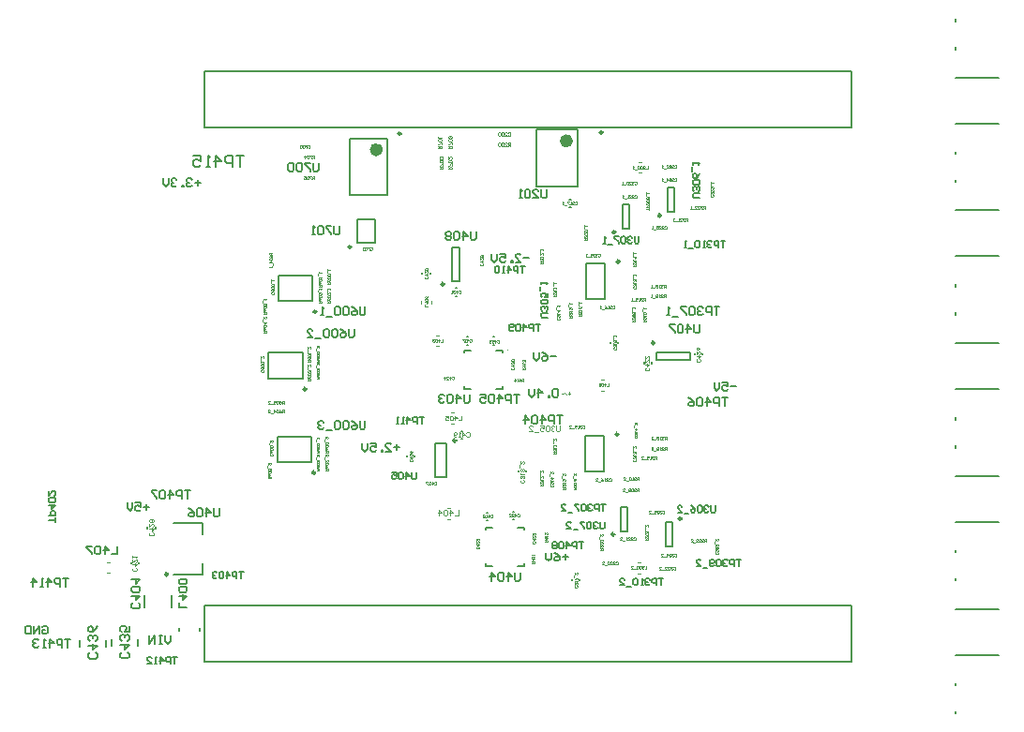
<source format=gbr>
G04 Layer_Color=32896*
%FSLAX45Y45*%
%MOMM*%
%TF.FileFunction,Legend,Bot*%
%TF.Part,Single*%
G01*
G75*
%TA.AperFunction,NonConductor*%
%ADD70C,0.20000*%
%ADD71C,0.12000*%
%ADD126C,0.25000*%
%ADD127C,0.60000*%
%ADD129C,0.10000*%
%ADD130C,0.05000*%
%ADD131C,0.08000*%
%ADD132C,0.13000*%
%ADD133C,0.06000*%
%ADD134C,0.07000*%
%ADD135C,0.15000*%
%ADD136C,0.16000*%
D70*
X11540000Y9655000D02*
X11640000D01*
X11540000Y9345000D02*
X11640000D01*
Y9655000D01*
X11540000Y9345000D02*
Y9655000D01*
X12455000Y11975000D02*
X12825000D01*
X12455000Y12485000D02*
X12825000D01*
X12455000Y11975000D02*
Y12485000D01*
X12825000Y11975000D02*
Y12485000D01*
X10115351Y9485000D02*
X10425351D01*
X10115351Y9715000D02*
X10425351D01*
Y9485000D02*
Y9715000D01*
X10115351Y9485000D02*
Y9715000D01*
X10035351Y10240000D02*
X10345351D01*
X10035351Y10470000D02*
X10345351D01*
Y10240000D02*
Y10470000D01*
X10035351Y10240000D02*
Y10470000D01*
X10125351Y10940000D02*
X10435351D01*
X10125351Y11170000D02*
X10435351D01*
Y10940000D02*
Y11170000D01*
X10125351Y10940000D02*
Y11170000D01*
X13220000Y8860000D02*
X13280000D01*
X13220000Y9080000D02*
X13280000D01*
X13220000Y8860000D02*
Y9080000D01*
X13280000Y8860000D02*
Y9080000D01*
X13230000Y11590000D02*
X13289999D01*
X13230000Y11810000D02*
X13289999D01*
X13230000Y11590000D02*
Y11810000D01*
X13289999Y11590000D02*
Y11810000D01*
X9180000Y8470000D02*
X9440000D01*
Y8570000D01*
X9180000Y8930000D02*
X9440000D01*
Y8830000D02*
Y8930000D01*
X11425000Y11185000D02*
Y11195000D01*
X11495000Y11185000D02*
Y11195000D01*
X11765000Y11115000D02*
Y11425000D01*
X11695000Y11115000D02*
Y11425000D01*
X11765000D01*
X11695000Y11115000D02*
X11765000D01*
X11725000Y11055000D02*
X11735000D01*
X11725000Y10985000D02*
X11735000D01*
X12065000Y10615000D02*
X12075000D01*
X12065000Y10545000D02*
X12075000D01*
X11825000D02*
X11835000D01*
X11825000Y10615000D02*
X11835000D01*
X10770000Y11895000D02*
X11110000D01*
X10770000Y12405000D02*
X11110000D01*
X10770000Y11895000D02*
Y12405000D01*
X11110000Y11895000D02*
Y12405000D01*
X10840000Y11465000D02*
Y11675000D01*
X11000000Y11465000D02*
Y11675000D01*
X10840000Y11465000D02*
X11000000D01*
X10840000Y11675000D02*
X11000000D01*
X13495000Y10375000D02*
Y10385000D01*
X13425000Y10375000D02*
Y10385000D01*
X13955000Y10455000D02*
Y10465000D01*
X13885001Y10455000D02*
Y10465000D01*
X13539999Y10405000D02*
Y10475000D01*
X13839999Y10405000D02*
Y10475000D01*
X13539999D02*
X13839999D01*
X13539999Y10405000D02*
X13839999D01*
X11285000Y9535000D02*
Y9545000D01*
X11355000Y9535000D02*
Y9545000D01*
X11775000Y9695000D02*
X11785000D01*
X11775000Y9765000D02*
X11785000D01*
X12005000Y8955000D02*
X12015000D01*
X12005000Y9025000D02*
X12015000D01*
X12775000Y8415000D02*
Y8425000D01*
X12845000Y8415000D02*
Y8425000D01*
X12245000Y8965000D02*
X12255000D01*
X12245000Y9035000D02*
X12255000D01*
X8865000Y8565000D02*
Y8575000D01*
X8795000Y8565000D02*
Y8575000D01*
X9015000Y8885000D02*
Y8895000D01*
X8945000Y8885000D02*
Y8895000D01*
X11997501Y8547500D02*
X12055001D01*
X12285001D02*
X12342501D01*
X11997501Y8892500D02*
X12055001D01*
X12342501Y8872500D02*
Y8892500D01*
X12285001D02*
X12342501D01*
Y8547500D02*
Y8567500D01*
X11997501Y8547500D02*
Y8567500D01*
Y8872500D02*
Y8892500D01*
X12902499Y10960000D02*
X13077499D01*
X12902499Y11280000D02*
X13077499D01*
X12902499Y10960000D02*
Y11280000D01*
X13077499Y10960000D02*
Y11280000D01*
X11807500Y10472500D02*
Y10492500D01*
Y10147500D02*
Y10167500D01*
X12152500Y10147500D02*
Y10167500D01*
X12095000Y10492500D02*
X12152500D01*
Y10472500D02*
Y10492500D01*
X11807500D02*
X11864999D01*
X12095000Y10147500D02*
X12152500D01*
X11807500D02*
X11864999D01*
X12295000Y9395000D02*
Y9405000D01*
X12365000Y9395000D02*
Y9405000D01*
X12892500Y9400000D02*
X13067500D01*
X12892500Y9720000D02*
X13067500D01*
X12892500Y9400000D02*
Y9720000D01*
X13067500Y9400000D02*
Y9720000D01*
X8920000Y8175000D02*
Y8285000D01*
X9160000Y8175000D02*
Y8285000D01*
X9226000Y7955000D02*
Y7985000D01*
X9414000Y7955000D02*
Y7985000D01*
X12755000Y11855000D02*
X12765000D01*
X12755000Y11785000D02*
X12765000D01*
X13125000Y10555000D02*
Y10565000D01*
X13195000Y10555000D02*
Y10565000D01*
X9461500Y12509500D02*
Y13017500D01*
Y12509500D02*
X15303500D01*
X15303500Y13017500D01*
X9461500D02*
X15303500D01*
X15303500Y7683500D02*
Y8191500D01*
X9461500Y7683500D02*
X15303500D01*
X9461500D02*
Y8191500D01*
X15303500D01*
X13700000Y11740000D02*
Y11960000D01*
X13639999Y11740000D02*
Y11960000D01*
X13700000D01*
X13639999Y11740000D02*
X13700000D01*
X13620000Y8720000D02*
Y8940000D01*
X13680000Y8720000D02*
Y8940000D01*
X13620000Y8720000D02*
X13680000D01*
X13620000Y8940000D02*
X13680000D01*
X16240700Y7743200D02*
X16630701D01*
X16240700Y7212200D02*
Y7233800D01*
Y7466200D02*
Y7487800D01*
Y12956799D02*
X16630701D01*
X16240700Y13212199D02*
Y13233800D01*
Y13466199D02*
Y13487801D01*
Y11343200D02*
X16630701D01*
X16240700Y10556800D02*
X16630701D01*
X16240700Y10812200D02*
Y10833800D01*
Y11066200D02*
Y11087800D01*
Y10143200D02*
X16630701D01*
X16240700Y9356800D02*
X16630701D01*
X16240700Y9612200D02*
Y9633800D01*
Y9866200D02*
Y9887800D01*
Y8943200D02*
X16630701D01*
X16240700Y8156800D02*
X16630701D01*
X16240700Y8412200D02*
Y8433800D01*
Y8666200D02*
Y8687800D01*
Y12543200D02*
X16630701D01*
X16240700Y11756800D02*
X16630701D01*
X16240700Y12012200D02*
Y12033800D01*
Y12266200D02*
Y12287800D01*
X8570000Y7817500D02*
Y7877500D01*
X8330000Y7817500D02*
Y7877500D01*
X8860000Y7820000D02*
Y7880000D01*
X8620000Y7820000D02*
Y7880000D01*
X9810000Y12249968D02*
X9743355D01*
X9776677D01*
Y12150000D01*
X9710032D02*
Y12249968D01*
X9660048D01*
X9643387Y12233306D01*
Y12199984D01*
X9660048Y12183323D01*
X9710032D01*
X9560080Y12150000D02*
Y12249968D01*
X9610064Y12199984D01*
X9543419D01*
X9510097Y12150000D02*
X9476774D01*
X9493435D01*
Y12249968D01*
X9510097Y12233306D01*
X9360145Y12249968D02*
X9426790D01*
Y12199984D01*
X9393468Y12216645D01*
X9376806D01*
X9360145Y12199984D01*
Y12166661D01*
X9376806Y12150000D01*
X9410129D01*
X9426790Y12166661D01*
D71*
X12670000Y9809984D02*
Y9768331D01*
X12661669Y9760000D01*
X12645008D01*
X12636678Y9768331D01*
Y9809984D01*
X12620016Y9801653D02*
X12611686Y9809984D01*
X12595025D01*
X12586694Y9801653D01*
Y9793323D01*
X12595025Y9784992D01*
X12603355D01*
X12595025D01*
X12586694Y9776661D01*
Y9768331D01*
X12595025Y9760000D01*
X12611686D01*
X12620016Y9768331D01*
X12570033Y9801653D02*
X12561702Y9809984D01*
X12545041D01*
X12536710Y9801653D01*
Y9768331D01*
X12545041Y9760000D01*
X12561702D01*
X12570033Y9768331D01*
Y9801653D01*
X12486727Y9809984D02*
X12520049D01*
Y9784992D01*
X12503388Y9793323D01*
X12495057D01*
X12486727Y9784992D01*
Y9768331D01*
X12495057Y9760000D01*
X12511718D01*
X12520049Y9768331D01*
X12470065Y9751669D02*
X12436743D01*
X12386759Y9760000D02*
X12420082D01*
X12386759Y9793323D01*
Y9801653D01*
X12395090Y9809984D01*
X12411751D01*
X12420082Y9801653D01*
D126*
X11730000Y9677500D02*
G03*
X11730000Y9677500I-12500J0D01*
G01*
X13052499Y12460000D02*
G03*
X13052499Y12460000I-12500J0D01*
G01*
X10457851Y9387500D02*
G03*
X10457851Y9387500I-12500J0D01*
G01*
X10377851Y10142500D02*
G03*
X10377851Y10142500I-12500J0D01*
G01*
X10467851Y10842500D02*
G03*
X10467851Y10842500I-12500J0D01*
G01*
X13160001Y8830000D02*
G03*
X13160001Y8830000I-12500J0D01*
G01*
X13170000Y11560000D02*
G03*
X13170000Y11560000I-12500J0D01*
G01*
X9127500Y8470000D02*
G03*
X9127500Y8470000I-12500J0D01*
G01*
X11622500Y11090000D02*
G03*
X11622500Y11090000I-12500J0D01*
G01*
X11232500Y12450000D02*
G03*
X11232500Y12450000I-12500J0D01*
G01*
X10782500Y11427500D02*
G03*
X10782500Y11427500I-12500J0D01*
G01*
X13520000Y10560000D02*
G03*
X13520000Y10560000I-12500J0D01*
G01*
X13205000Y11295000D02*
G03*
X13205000Y11295000I-12500J0D01*
G01*
X13195000Y9735000D02*
G03*
X13195000Y9735000I-12500J0D01*
G01*
X13580000Y11710000D02*
G03*
X13580000Y11710000I-12500J0D01*
G01*
X13764999Y8970000D02*
G03*
X13764999Y8970000I-12500J0D01*
G01*
D127*
X12755000Y12385000D02*
G03*
X12755000Y12385000I-30000J0D01*
G01*
X11040000Y12305000D02*
G03*
X11040000Y12305000I-30000J0D01*
G01*
D129*
X12387501Y8892500D02*
G03*
X12387501Y8892500I-5000J0D01*
G01*
X12197500Y10492500D02*
G03*
X12197500Y10492500I-5000J0D01*
G01*
X8577500Y8480000D02*
X8602500D01*
X8577500Y8580000D02*
X8602500D01*
X11510000Y10917500D02*
Y10942500D01*
X11410000Y10917500D02*
Y10942500D01*
X11547500Y10630000D02*
X11572500D01*
X11547500Y10530000D02*
X11572500D01*
X13037500Y10230000D02*
X13062500D01*
X13037500Y10130000D02*
X13062500D01*
X11687500Y9830000D02*
X11712500D01*
X11687500Y9930000D02*
X11712500D01*
X13373399Y8479100D02*
X13398399D01*
X13373399Y8579100D02*
X13398399D01*
X11647500Y8970000D02*
X11672500D01*
X11647500Y9070000D02*
X11672500D01*
X13376830Y12195899D02*
X13401830D01*
X13376830Y12095900D02*
X13401830D01*
X11750000Y9049984D02*
Y9000000D01*
X11716678D01*
X11675025D02*
Y9049984D01*
X11700016Y9024992D01*
X11666694D01*
X11650033Y9041653D02*
X11641702Y9049984D01*
X11625041D01*
X11616710Y9041653D01*
Y9008331D01*
X11625041Y9000000D01*
X11641702D01*
X11650033Y9008331D01*
Y9041653D01*
X11575057Y9000000D02*
Y9049984D01*
X11600049Y9024992D01*
X11566727D01*
X8993323Y8846658D02*
X8999987Y8839993D01*
Y8826664D01*
X8993323Y8820000D01*
X8966665D01*
X8960000Y8826664D01*
Y8839993D01*
X8966665Y8846658D01*
X8960000Y8879980D02*
X8999987D01*
X8979994Y8859987D01*
Y8886645D01*
X8960000Y8926632D02*
Y8899974D01*
X8986658Y8926632D01*
X8993323D01*
X8999987Y8919967D01*
Y8906638D01*
X8993323Y8899974D01*
Y8939961D02*
X8999987Y8946625D01*
Y8959954D01*
X8993323Y8966619D01*
X8986658D01*
X8979994Y8959954D01*
X8973329Y8966619D01*
X8966665D01*
X8960000Y8959954D01*
Y8946625D01*
X8966665Y8939961D01*
X8973329D01*
X8979994Y8946625D01*
X8986658Y8939961D01*
X8993323D01*
X8979994Y8946625D02*
Y8959954D01*
D130*
X10030289Y9335003D02*
X10055281D01*
Y9347499D01*
X10051116Y9351664D01*
X10042785D01*
X10038620Y9347499D01*
Y9335003D01*
Y9343333D02*
X10030289Y9351664D01*
X10055281Y9376656D02*
X10051116Y9368325D01*
X10042785Y9359994D01*
X10034454D01*
X10030289Y9364160D01*
Y9372491D01*
X10034454Y9376656D01*
X10038620D01*
X10042785Y9372491D01*
Y9359994D01*
X10051116Y9384986D02*
X10055281Y9389152D01*
Y9397482D01*
X10051116Y9401647D01*
X10034454D01*
X10030289Y9397482D01*
Y9389152D01*
X10034454Y9384986D01*
X10051116D01*
X10055281Y9426639D02*
Y9409978D01*
X10042785D01*
X10046950Y9418309D01*
Y9422474D01*
X10042785Y9426639D01*
X10034454D01*
X10030289Y9422474D01*
Y9414143D01*
X10034454Y9409978D01*
X10026124Y9434970D02*
Y9451631D01*
X10051116Y9459962D02*
X10055281Y9464127D01*
Y9472458D01*
X10051116Y9476623D01*
X10046950D01*
X10042785Y9472458D01*
Y9468292D01*
Y9472458D01*
X10038620Y9476623D01*
X10034454D01*
X10030289Y9472458D01*
Y9464127D01*
X10034454Y9459962D01*
X10174999Y10010289D02*
Y10035281D01*
X10162503D01*
X10158338Y10031116D01*
Y10022785D01*
X10162503Y10018620D01*
X10174999D01*
X10166668D02*
X10158338Y10010289D01*
X10133346Y10035281D02*
X10141676Y10031116D01*
X10150007Y10022785D01*
Y10014454D01*
X10145842Y10010289D01*
X10137511D01*
X10133346Y10014454D01*
Y10018620D01*
X10137511Y10022785D01*
X10150007D01*
X10125015Y10031116D02*
X10120850Y10035281D01*
X10112519D01*
X10108354Y10031116D01*
Y10014454D01*
X10112519Y10010289D01*
X10120850D01*
X10125015Y10014454D01*
Y10031116D01*
X10083362Y10035281D02*
X10100023D01*
Y10022785D01*
X10091693Y10026950D01*
X10087527D01*
X10083362Y10022785D01*
Y10014454D01*
X10087527Y10010289D01*
X10095858D01*
X10100023Y10014454D01*
X10075031Y10006124D02*
X10058370D01*
X10033378Y10010289D02*
X10050040D01*
X10033378Y10026950D01*
Y10031116D01*
X10037544Y10035281D01*
X10045874D01*
X10050040Y10031116D01*
X9990289Y10825000D02*
X10015281D01*
Y10837496D01*
X10011116Y10841661D01*
X10002785D01*
X9998620Y10837496D01*
Y10825000D01*
Y10833331D02*
X9990289Y10841661D01*
X10015281Y10866653D02*
X10011116Y10858323D01*
X10002785Y10849992D01*
X9994454D01*
X9990289Y10854157D01*
Y10862488D01*
X9994454Y10866653D01*
X9998620D01*
X10002785Y10862488D01*
Y10849992D01*
X10011116Y10874984D02*
X10015281Y10879149D01*
Y10887480D01*
X10011116Y10891645D01*
X9994454D01*
X9990289Y10887480D01*
Y10879149D01*
X9994454Y10874984D01*
X10011116D01*
X10015281Y10916637D02*
Y10899976D01*
X10002785D01*
X10006950Y10908306D01*
Y10912472D01*
X10002785Y10916637D01*
X9994454D01*
X9990289Y10912472D01*
Y10904141D01*
X9994454Y10899976D01*
X9986124Y10924967D02*
Y10941629D01*
X9990289Y10949959D02*
Y10958290D01*
Y10954125D01*
X10015281D01*
X10011116Y10949959D01*
X10174997Y9930287D02*
Y9955279D01*
X10162501D01*
X10158336Y9951113D01*
Y9942783D01*
X10162501Y9938618D01*
X10174997D01*
X10166667D02*
X10158336Y9930287D01*
X10133344Y9955279D02*
X10141675Y9951113D01*
X10150006Y9942783D01*
Y9934452D01*
X10145840Y9930287D01*
X10137510D01*
X10133344Y9934452D01*
Y9938618D01*
X10137510Y9942783D01*
X10150006D01*
X10125014Y9951113D02*
X10120848Y9955279D01*
X10112518D01*
X10108353Y9951113D01*
Y9934452D01*
X10112518Y9930287D01*
X10120848D01*
X10125014Y9934452D01*
Y9951113D01*
X10087526Y9930287D02*
Y9955279D01*
X10100022Y9942783D01*
X10083361D01*
X10075030Y9926122D02*
X10058369D01*
X10050038Y9951113D02*
X10045873Y9955279D01*
X10037542D01*
X10033377Y9951113D01*
Y9946948D01*
X10037542Y9942783D01*
X10041708D01*
X10037542D01*
X10033377Y9938618D01*
Y9934452D01*
X10037542Y9930287D01*
X10045873D01*
X10050038Y9934452D01*
X9990287Y10655001D02*
X10015279D01*
Y10667497D01*
X10011114Y10671662D01*
X10002783D01*
X9998618Y10667497D01*
Y10655001D01*
Y10663332D02*
X9990287Y10671662D01*
X10015279Y10696654D02*
X10011114Y10688324D01*
X10002783Y10679993D01*
X9994452D01*
X9990287Y10684158D01*
Y10692489D01*
X9994452Y10696654D01*
X9998618D01*
X10002783Y10692489D01*
Y10679993D01*
X10011114Y10704985D02*
X10015279Y10709150D01*
Y10717481D01*
X10011114Y10721646D01*
X9994452D01*
X9990287Y10717481D01*
Y10709150D01*
X9994452Y10704985D01*
X10011114D01*
X9990287Y10742473D02*
X10015279D01*
X10002783Y10729977D01*
Y10746638D01*
X9986122Y10754969D02*
Y10771630D01*
X9990287Y10796622D02*
Y10779960D01*
X10006948Y10796622D01*
X10011114D01*
X10015279Y10792456D01*
Y10784126D01*
X10011114Y10779960D01*
X10069713Y11375000D02*
X10044721D01*
Y11362504D01*
X10048886Y11358339D01*
X10057217D01*
X10061382Y11362504D01*
Y11375000D01*
Y11366669D02*
X10069713Y11358339D01*
X10044721Y11333347D02*
X10048886Y11341677D01*
X10057217Y11350008D01*
X10065548D01*
X10069713Y11345843D01*
Y11337512D01*
X10065548Y11333347D01*
X10061382D01*
X10057217Y11337512D01*
Y11350008D01*
X10048886Y11325016D02*
X10044721Y11320851D01*
Y11312520D01*
X10048886Y11308355D01*
X10065548D01*
X10069713Y11312520D01*
Y11320851D01*
X10065548Y11325016D01*
X10048886D01*
X10069713Y11287528D02*
X10044721D01*
X10057217Y11300024D01*
Y11283363D01*
X10073878Y11275033D02*
Y11258371D01*
X10069713Y11250041D02*
Y11241710D01*
Y11245875D01*
X10044721D01*
X10048886Y11250041D01*
X10449986Y12039965D02*
Y12064957D01*
X10437490D01*
X10433325Y12060791D01*
Y12052461D01*
X10437490Y12048295D01*
X10449986D01*
X10441655D02*
X10433325Y12039965D01*
X10424994Y12064957D02*
X10408333D01*
Y12060791D01*
X10424994Y12044130D01*
Y12039965D01*
X10400002Y12060791D02*
X10395837Y12064957D01*
X10387506D01*
X10383341Y12060791D01*
Y12044130D01*
X10387506Y12039965D01*
X10395837D01*
X10400002Y12044130D01*
Y12060791D01*
X10358349Y12064957D02*
X10375010D01*
Y12052461D01*
X10366680Y12056626D01*
X10362514D01*
X10358349Y12052461D01*
Y12044130D01*
X10362514Y12039965D01*
X10370845D01*
X10375010Y12044130D01*
X10450000Y12230000D02*
Y12254992D01*
X10437504D01*
X10433339Y12250826D01*
Y12242496D01*
X10437504Y12238331D01*
X10450000D01*
X10441669D02*
X10433339Y12230000D01*
X10425008Y12254992D02*
X10408347D01*
Y12250826D01*
X10425008Y12234165D01*
Y12230000D01*
X10400016Y12250826D02*
X10395851Y12254992D01*
X10387520D01*
X10383355Y12250826D01*
Y12234165D01*
X10387520Y12230000D01*
X10395851D01*
X10400016Y12234165D01*
Y12250826D01*
X10362528Y12230000D02*
Y12254992D01*
X10375024Y12242496D01*
X10358363D01*
X11610000Y10594992D02*
Y10570000D01*
X11593339D01*
X11572512D02*
Y10594992D01*
X11585008Y10582496D01*
X11568347D01*
X11560016Y10590826D02*
X11555851Y10594992D01*
X11547520D01*
X11543355Y10590826D01*
Y10574165D01*
X11547520Y10570000D01*
X11555851D01*
X11560016Y10574165D01*
Y10590826D01*
X11535024D02*
X11530859Y10594992D01*
X11522528D01*
X11518363Y10590826D01*
Y10586661D01*
X11522528Y10582496D01*
X11526694D01*
X11522528D01*
X11518363Y10578331D01*
Y10574165D01*
X11522528Y10570000D01*
X11530859D01*
X11535024Y10574165D01*
X13339999Y9700000D02*
X13364992D01*
Y9712496D01*
X13360826Y9716661D01*
X13352496D01*
X13348331Y9712496D01*
Y9700000D01*
Y9708331D02*
X13339999Y9716661D01*
X13360826Y9724992D02*
X13364992Y9729157D01*
Y9737488D01*
X13360826Y9741653D01*
X13356660D01*
X13352496Y9737488D01*
Y9733322D01*
Y9737488D01*
X13348331Y9741653D01*
X13344165D01*
X13339999Y9737488D01*
Y9729157D01*
X13344165Y9724992D01*
X13339999Y9749984D02*
Y9758314D01*
Y9754149D01*
X13364992D01*
X13360826Y9749984D01*
X13339999Y9783306D02*
X13364992D01*
X13352496Y9770810D01*
Y9787471D01*
X13335835Y9795802D02*
Y9812463D01*
X13339999Y9837455D02*
Y9820794D01*
X13356660Y9837455D01*
X13360826D01*
X13364992Y9833290D01*
Y9824959D01*
X13360826Y9820794D01*
X13330000Y11250000D02*
X13354993D01*
Y11262496D01*
X13350826Y11266661D01*
X13342496D01*
X13338332Y11262496D01*
Y11250000D01*
Y11258331D02*
X13330000Y11266661D01*
X13350826Y11274992D02*
X13354993Y11279157D01*
Y11287488D01*
X13350826Y11291653D01*
X13346661D01*
X13342496Y11287488D01*
Y11283323D01*
Y11287488D01*
X13338332Y11291653D01*
X13334164D01*
X13330000Y11287488D01*
Y11279157D01*
X13334164Y11274992D01*
X13330000Y11299984D02*
Y11308314D01*
Y11304149D01*
X13354993D01*
X13350826Y11299984D01*
X13330000Y11333306D02*
X13354993D01*
X13342496Y11320810D01*
Y11337471D01*
X13325835Y11345802D02*
Y11362463D01*
X13330000Y11370794D02*
Y11379125D01*
Y11374959D01*
X13354993D01*
X13350826Y11370794D01*
X13980000Y11770000D02*
Y11794992D01*
X13967503D01*
X13963339Y11790827D01*
Y11782496D01*
X13967503Y11778331D01*
X13980000D01*
X13971669D02*
X13963339Y11770000D01*
X13955008Y11790827D02*
X13950842Y11794992D01*
X13942513D01*
X13938347Y11790827D01*
Y11786661D01*
X13942513Y11782496D01*
X13946677D01*
X13942513D01*
X13938347Y11778331D01*
Y11774165D01*
X13942513Y11770000D01*
X13950842D01*
X13955008Y11774165D01*
X13913354Y11770000D02*
X13930016D01*
X13913354Y11786661D01*
Y11790827D01*
X13917520Y11794992D01*
X13925851D01*
X13930016Y11790827D01*
X13888364Y11770000D02*
X13905025D01*
X13888364Y11786661D01*
Y11790827D01*
X13892528Y11794992D01*
X13900859D01*
X13905025Y11790827D01*
X13880032Y11765835D02*
X13863371D01*
X13855042Y11770000D02*
X13846710D01*
X13850876D01*
Y11794992D01*
X13855042Y11790827D01*
X13820000Y11660000D02*
Y11684992D01*
X13807504D01*
X13803339Y11680827D01*
Y11672496D01*
X13807504Y11668331D01*
X13820000D01*
X13811668D02*
X13803339Y11660000D01*
X13795007Y11680827D02*
X13790843Y11684992D01*
X13782512D01*
X13778346Y11680827D01*
Y11676661D01*
X13782512Y11672496D01*
X13786678D01*
X13782512D01*
X13778346Y11668331D01*
Y11664165D01*
X13782512Y11660000D01*
X13790843D01*
X13795007Y11664165D01*
X13753355Y11660000D02*
X13770016D01*
X13753355Y11676661D01*
Y11680827D01*
X13757520Y11684992D01*
X13765851D01*
X13770016Y11680827D01*
X13745026Y11660000D02*
X13736694D01*
X13740858D01*
Y11684992D01*
X13745026Y11680827D01*
X13724197Y11655835D02*
X13707536D01*
X13699207Y11660000D02*
X13690875D01*
X13695041D01*
Y11684992D01*
X13699207Y11680827D01*
X13613339Y11610826D02*
X13617503Y11614992D01*
X13625835D01*
X13630000Y11610826D01*
Y11594165D01*
X13625835Y11590000D01*
X13617503D01*
X13613339Y11594165D01*
X13605008Y11610826D02*
X13600842Y11614992D01*
X13592513D01*
X13588347Y11610826D01*
Y11606661D01*
X13592513Y11602496D01*
X13596677D01*
X13592513D01*
X13588347Y11598331D01*
Y11594165D01*
X13592513Y11590000D01*
X13600842D01*
X13605008Y11594165D01*
X13563354Y11590000D02*
X13580016D01*
X13563354Y11606661D01*
Y11610826D01*
X13567520Y11614992D01*
X13575851D01*
X13580016Y11610826D01*
X13538364Y11614992D02*
X13555025D01*
Y11602496D01*
X13546693Y11606661D01*
X13542528D01*
X13538364Y11602496D01*
Y11594165D01*
X13542528Y11590000D01*
X13550859D01*
X13555025Y11594165D01*
X13530032Y11585835D02*
X13513371D01*
X13505042Y11590000D02*
X13496710D01*
X13500874D01*
Y11614992D01*
X13505042Y11610826D01*
X13630000Y9590000D02*
Y9614992D01*
X13617503D01*
X13613339Y9610827D01*
Y9602496D01*
X13617503Y9598331D01*
X13630000D01*
X13621669D02*
X13613339Y9590000D01*
X13605008Y9610827D02*
X13600842Y9614992D01*
X13592513D01*
X13588347Y9610827D01*
Y9606661D01*
X13592513Y9602496D01*
X13596677D01*
X13592513D01*
X13588347Y9598331D01*
Y9594165D01*
X13592513Y9590000D01*
X13600842D01*
X13605008Y9594165D01*
X13580016Y9590000D02*
X13571686D01*
X13575851D01*
Y9614992D01*
X13580016Y9610827D01*
X13559190Y9594165D02*
X13555025Y9590000D01*
X13546693D01*
X13542529Y9594165D01*
Y9610827D01*
X13546693Y9614992D01*
X13555025D01*
X13559190Y9610827D01*
Y9606661D01*
X13555025Y9602496D01*
X13542529D01*
X13534198Y9585835D02*
X13517537D01*
X13492545Y9590000D02*
X13509206D01*
X13492545Y9606661D01*
Y9610827D01*
X13496710Y9614992D01*
X13505042D01*
X13509206Y9610827D01*
X13630000Y9690000D02*
Y9714992D01*
X13617503D01*
X13613339Y9710826D01*
Y9702496D01*
X13617503Y9698331D01*
X13630000D01*
X13621669D02*
X13613339Y9690000D01*
X13605008Y9710826D02*
X13600842Y9714992D01*
X13592513D01*
X13588347Y9710826D01*
Y9706661D01*
X13592513Y9702496D01*
X13596677D01*
X13592513D01*
X13588347Y9698331D01*
Y9694165D01*
X13592513Y9690000D01*
X13600842D01*
X13605008Y9694165D01*
X13580016Y9690000D02*
X13571686D01*
X13575851D01*
Y9714992D01*
X13580016Y9710826D01*
X13559190D02*
X13555025Y9714992D01*
X13546693D01*
X13542529Y9710826D01*
Y9706661D01*
X13546693Y9702496D01*
X13542529Y9698331D01*
Y9694165D01*
X13546693Y9690000D01*
X13555025D01*
X13559190Y9694165D01*
Y9698331D01*
X13555025Y9702496D01*
X13559190Y9706661D01*
Y9710826D01*
X13555025Y9702496D02*
X13546693D01*
X13534198Y9685835D02*
X13517537D01*
X13492545Y9690000D02*
X13509206D01*
X13492545Y9706661D01*
Y9710826D01*
X13496710Y9714992D01*
X13505042D01*
X13509206Y9710826D01*
X12490000Y9270000D02*
X12514992D01*
Y9282496D01*
X12510826Y9286661D01*
X12502496D01*
X12498331Y9282496D01*
Y9270000D01*
Y9278331D02*
X12490000Y9286661D01*
X12510826Y9294992D02*
X12514992Y9299157D01*
Y9307488D01*
X12510826Y9311653D01*
X12506661D01*
X12502496Y9307488D01*
Y9303323D01*
Y9307488D01*
X12498331Y9311653D01*
X12494165D01*
X12490000Y9307488D01*
Y9299157D01*
X12494165Y9294992D01*
X12490000Y9319984D02*
Y9328314D01*
Y9324149D01*
X12514992D01*
X12510826Y9319984D01*
X12490000Y9357471D02*
Y9340810D01*
X12506661Y9357471D01*
X12510826D01*
X12514992Y9353306D01*
Y9344975D01*
X12510826Y9340810D01*
X12485835Y9365802D02*
Y9382463D01*
X12490000Y9407455D02*
Y9390794D01*
X12506661Y9407455D01*
X12510826D01*
X12514992Y9403290D01*
Y9394959D01*
X12510826Y9390794D01*
X12490000Y11280000D02*
X12514992D01*
Y11292496D01*
X12510826Y11296661D01*
X12502496D01*
X12498331Y11292496D01*
Y11280000D01*
Y11288331D02*
X12490000Y11296661D01*
X12510826Y11304992D02*
X12514992Y11309157D01*
Y11317488D01*
X12510826Y11321653D01*
X12506661D01*
X12502496Y11317488D01*
Y11313323D01*
Y11317488D01*
X12498331Y11321653D01*
X12494165D01*
X12490000Y11317488D01*
Y11309157D01*
X12494165Y11304992D01*
X12490000Y11329984D02*
Y11338314D01*
Y11334149D01*
X12514992D01*
X12510826Y11329984D01*
X12490000Y11367471D02*
Y11350810D01*
X12506661Y11367471D01*
X12510826D01*
X12514992Y11363306D01*
Y11354976D01*
X12510826Y11350810D01*
X12485835Y11375802D02*
Y11392463D01*
X12490000Y11400794D02*
Y11409125D01*
Y11404959D01*
X12514992D01*
X12510826Y11400794D01*
X12790000Y9240000D02*
X12814992D01*
Y9252496D01*
X12810828Y9256661D01*
X12802496D01*
X12798331Y9252496D01*
Y9240000D01*
Y9248331D02*
X12790000Y9256661D01*
X12810828Y9264992D02*
X12814992Y9269157D01*
Y9277488D01*
X12810828Y9281653D01*
X12806660D01*
X12802496Y9277488D01*
Y9273323D01*
Y9277488D01*
X12798331Y9281653D01*
X12794165D01*
X12790000Y9277488D01*
Y9269157D01*
X12794165Y9264992D01*
X12790000Y9289984D02*
Y9298314D01*
Y9294149D01*
X12814992D01*
X12810828Y9289984D01*
X12814992Y9327471D02*
X12810828Y9319141D01*
X12802496Y9310810D01*
X12794165D01*
X12790000Y9314976D01*
Y9323306D01*
X12794165Y9327471D01*
X12798331D01*
X12802496Y9323306D01*
Y9310810D01*
X12785835Y9335802D02*
Y9352463D01*
X12790000Y9377455D02*
Y9360794D01*
X12806660Y9377455D01*
X12810828D01*
X12814992Y9373290D01*
Y9364959D01*
X12810828Y9360794D01*
X12839999Y10800000D02*
X12864992D01*
Y10812496D01*
X12860826Y10816661D01*
X12852496D01*
X12848331Y10812496D01*
Y10800000D01*
Y10808331D02*
X12839999Y10816661D01*
X12860826Y10824992D02*
X12864992Y10829157D01*
Y10837488D01*
X12860826Y10841653D01*
X12856660D01*
X12852496Y10837488D01*
Y10833323D01*
Y10837488D01*
X12848331Y10841653D01*
X12844165D01*
X12839999Y10837488D01*
Y10829157D01*
X12844165Y10824992D01*
X12839999Y10849984D02*
Y10858314D01*
Y10854149D01*
X12864992D01*
X12860826Y10849984D01*
X12864992Y10887471D02*
X12860826Y10879141D01*
X12852496Y10870810D01*
X12844165D01*
X12839999Y10874975D01*
Y10883306D01*
X12844165Y10887471D01*
X12848331D01*
X12852496Y10883306D01*
Y10870810D01*
X12835835Y10895802D02*
Y10912463D01*
X12839999Y10920794D02*
Y10929124D01*
Y10924959D01*
X12864992D01*
X12860826Y10920794D01*
X13460001Y12154992D02*
Y12130000D01*
X13443340D01*
X13435008Y12150827D02*
X13430843Y12154992D01*
X13422511D01*
X13418347Y12150827D01*
Y12146661D01*
X13422511Y12142496D01*
X13426677D01*
X13422511D01*
X13418347Y12138331D01*
Y12134165D01*
X13422511Y12130000D01*
X13430843D01*
X13435008Y12134165D01*
X13410016Y12150827D02*
X13405852Y12154992D01*
X13397520D01*
X13393355Y12150827D01*
Y12134165D01*
X13397520Y12130000D01*
X13405852D01*
X13410016Y12134165D01*
Y12150827D01*
X13385025D02*
X13380859Y12154992D01*
X13372528D01*
X13368362Y12150827D01*
Y12134165D01*
X13372528Y12130000D01*
X13380859D01*
X13385025Y12134165D01*
Y12150827D01*
X13360033Y12125835D02*
X13343372D01*
X13335040Y12130000D02*
X13326711D01*
X13330876D01*
Y12154992D01*
X13335040Y12150827D01*
X13343340Y12010826D02*
X13347504Y12014992D01*
X13355835D01*
X13360001Y12010826D01*
Y11994165D01*
X13355835Y11990000D01*
X13347504D01*
X13343340Y11994165D01*
X13335008Y12010826D02*
X13330843Y12014992D01*
X13322511D01*
X13318347Y12010826D01*
Y12006661D01*
X13322511Y12002496D01*
X13326677D01*
X13322511D01*
X13318347Y11998331D01*
Y11994165D01*
X13322511Y11990000D01*
X13330843D01*
X13335008Y11994165D01*
X13293355Y11990000D02*
X13310016D01*
X13293355Y12006661D01*
Y12010826D01*
X13297520Y12014992D01*
X13305852D01*
X13310016Y12010826D01*
X13285023D02*
X13280859Y12014992D01*
X13272528D01*
X13268362Y12010826D01*
Y11994165D01*
X13272528Y11990000D01*
X13280859D01*
X13285023Y11994165D01*
Y12010826D01*
X13260033Y11985835D02*
X13243372D01*
X13235040Y11990000D02*
X13226711D01*
X13230875D01*
Y12014992D01*
X13235040Y12010826D01*
X13173338Y8580826D02*
X13177504Y8584992D01*
X13185835D01*
X13189999Y8580826D01*
Y8564165D01*
X13185835Y8560000D01*
X13177504D01*
X13173338Y8564165D01*
X13165009Y8580826D02*
X13160843Y8584992D01*
X13152512D01*
X13148347Y8580826D01*
Y8576661D01*
X13152512Y8572496D01*
X13156677D01*
X13152512D01*
X13148347Y8568331D01*
Y8564165D01*
X13152512Y8560000D01*
X13160843D01*
X13165009Y8564165D01*
X13123355Y8560000D02*
X13140016D01*
X13123355Y8576661D01*
Y8580826D01*
X13127521Y8584992D01*
X13135851D01*
X13140016Y8580826D01*
X13115025D02*
X13110860Y8584992D01*
X13102528D01*
X13098363Y8580826D01*
Y8564165D01*
X13102528Y8560000D01*
X13110860D01*
X13115025Y8564165D01*
Y8580826D01*
X13090033Y8555835D02*
X13073372D01*
X13048380Y8560000D02*
X13065041D01*
X13048380Y8576661D01*
Y8580826D01*
X13052545Y8584992D01*
X13060876D01*
X13065041Y8580826D01*
X13703339Y12160827D02*
X13707504Y12164992D01*
X13715836D01*
X13720000Y12160827D01*
Y12144165D01*
X13715836Y12140000D01*
X13707504D01*
X13703339Y12144165D01*
X13695007Y12160827D02*
X13690843Y12164992D01*
X13682512D01*
X13678346Y12160827D01*
Y12156661D01*
X13682512Y12152496D01*
X13686678D01*
X13682512D01*
X13678346Y12148331D01*
Y12144165D01*
X13682512Y12140000D01*
X13690843D01*
X13695007Y12144165D01*
X13653355Y12140000D02*
X13670016D01*
X13653355Y12156661D01*
Y12160827D01*
X13657520Y12164992D01*
X13665851D01*
X13670016Y12160827D01*
X13628363Y12140000D02*
X13645026D01*
X13628363Y12156661D01*
Y12160827D01*
X13632529Y12164992D01*
X13640858D01*
X13645026Y12160827D01*
X13620033Y12135835D02*
X13603372D01*
X13595041Y12140000D02*
X13586710D01*
X13590875D01*
Y12164992D01*
X13595041Y12160827D01*
X14050826Y11896661D02*
X14054993Y11892496D01*
Y11884165D01*
X14050826Y11880000D01*
X14034164D01*
X14030000Y11884165D01*
Y11892496D01*
X14034164Y11896661D01*
X14050826Y11904992D02*
X14054993Y11909157D01*
Y11917488D01*
X14050826Y11921653D01*
X14046661D01*
X14042496Y11917488D01*
Y11913323D01*
Y11917488D01*
X14038332Y11921653D01*
X14034164D01*
X14030000Y11917488D01*
Y11909157D01*
X14034164Y11904992D01*
X14030000Y11946645D02*
Y11929984D01*
X14046661Y11946645D01*
X14050826D01*
X14054993Y11942480D01*
Y11934149D01*
X14050826Y11929984D01*
Y11954976D02*
X14054993Y11959141D01*
Y11967472D01*
X14050826Y11971637D01*
X14046661D01*
X14042496Y11967472D01*
Y11963306D01*
Y11967472D01*
X14038332Y11971637D01*
X14034164D01*
X14030000Y11967472D01*
Y11959141D01*
X14034164Y11954976D01*
X14025835Y11979967D02*
Y11996629D01*
X14030000Y12004959D02*
Y12013290D01*
Y12009125D01*
X14054993D01*
X14050826Y12004959D01*
X13143340Y10890827D02*
X13147504Y10894992D01*
X13155833D01*
X13160001Y10890827D01*
Y10874165D01*
X13155833Y10870000D01*
X13147504D01*
X13143340Y10874165D01*
X13135008Y10890827D02*
X13130843Y10894992D01*
X13122511D01*
X13118347Y10890827D01*
Y10886661D01*
X13122511Y10882496D01*
X13126677D01*
X13122511D01*
X13118347Y10878331D01*
Y10874165D01*
X13122511Y10870000D01*
X13130843D01*
X13135008Y10874165D01*
X13110016Y10870000D02*
X13101686D01*
X13105852D01*
Y10894992D01*
X13110016Y10890827D01*
X13072530Y10894992D02*
X13080859Y10890827D01*
X13089191Y10882496D01*
Y10874165D01*
X13085023Y10870000D01*
X13076694D01*
X13072530Y10874165D01*
Y10878331D01*
X13076694Y10882496D01*
X13089191D01*
X13064198Y10865835D02*
X13047537D01*
X13039206Y10870000D02*
X13030875D01*
X13035040D01*
Y10894992D01*
X13039206Y10890827D01*
X13113339Y9330826D02*
X13117503Y9334992D01*
X13125835D01*
X13130000Y9330826D01*
Y9314165D01*
X13125835Y9310000D01*
X13117503D01*
X13113339Y9314165D01*
X13105008Y9330826D02*
X13100842Y9334992D01*
X13092513D01*
X13088347Y9330826D01*
Y9326661D01*
X13092513Y9322496D01*
X13096677D01*
X13092513D01*
X13088347Y9318331D01*
Y9314165D01*
X13092513Y9310000D01*
X13100842D01*
X13105008Y9314165D01*
X13080016Y9310000D02*
X13071686D01*
X13075851D01*
Y9334992D01*
X13080016Y9330826D01*
X13042529Y9334992D02*
X13050859Y9330826D01*
X13059190Y9322496D01*
Y9314165D01*
X13055025Y9310000D01*
X13046693D01*
X13042529Y9314165D01*
Y9318331D01*
X13046693Y9322496D01*
X13059190D01*
X13034198Y9305835D02*
X13017537D01*
X12992545Y9310000D02*
X13009206D01*
X12992545Y9326661D01*
Y9330826D01*
X12996710Y9334992D01*
X13005042D01*
X13009206Y9330826D01*
X13013339Y11360826D02*
X13017503Y11364992D01*
X13025835D01*
X13030000Y11360826D01*
Y11344165D01*
X13025835Y11340000D01*
X13017503D01*
X13013339Y11344165D01*
X13005008Y11360826D02*
X13000842Y11364992D01*
X12992513D01*
X12988347Y11360826D01*
Y11356661D01*
X12992513Y11352496D01*
X12996678D01*
X12992513D01*
X12988347Y11348331D01*
Y11344165D01*
X12992513Y11340000D01*
X13000842D01*
X13005008Y11344165D01*
X12980016Y11340000D02*
X12971686D01*
X12975851D01*
Y11364992D01*
X12980016Y11360826D01*
X12942529Y11364992D02*
X12959190D01*
Y11352496D01*
X12950859Y11356661D01*
X12946693D01*
X12942529Y11352496D01*
Y11344165D01*
X12946693Y11340000D01*
X12955025D01*
X12959190Y11344165D01*
X12934198Y11335835D02*
X12917537D01*
X12909206Y11340000D02*
X12900876D01*
X12905042D01*
Y11364992D01*
X12909206Y11360826D01*
X12873338Y9810826D02*
X12877504Y9814992D01*
X12885835D01*
X12889999Y9810826D01*
Y9794165D01*
X12885835Y9790000D01*
X12877504D01*
X12873338Y9794165D01*
X12865009Y9810826D02*
X12860843Y9814992D01*
X12852512D01*
X12848347Y9810826D01*
Y9806661D01*
X12852512Y9802496D01*
X12856677D01*
X12852512D01*
X12848347Y9798331D01*
Y9794165D01*
X12852512Y9790000D01*
X12860843D01*
X12865009Y9794165D01*
X12840016Y9790000D02*
X12831686D01*
X12835851D01*
Y9814992D01*
X12840016Y9810826D01*
X12802528Y9814992D02*
X12819189D01*
Y9802496D01*
X12810860Y9806661D01*
X12806694D01*
X12802528Y9802496D01*
Y9794165D01*
X12806694Y9790000D01*
X12815024D01*
X12819189Y9794165D01*
X12794198Y9785835D02*
X12777537D01*
X12752545Y9790000D02*
X12769206D01*
X12752545Y9806661D01*
Y9810826D01*
X12756710Y9814992D01*
X12765041D01*
X12769206Y9810826D01*
X13170827Y10516661D02*
X13174992Y10512496D01*
Y10504165D01*
X13170827Y10500000D01*
X13154166D01*
X13150000Y10504165D01*
Y10512496D01*
X13154166Y10516661D01*
X13170827Y10524992D02*
X13174992Y10529157D01*
Y10537488D01*
X13170827Y10541653D01*
X13166661D01*
X13162495Y10537488D01*
Y10533323D01*
Y10537488D01*
X13158331Y10541653D01*
X13154166D01*
X13150000Y10537488D01*
Y10529157D01*
X13154166Y10524992D01*
X13150000Y10549984D02*
Y10558314D01*
Y10554149D01*
X13174992D01*
X13170827Y10549984D01*
Y10570810D02*
X13174992Y10574976D01*
Y10583306D01*
X13170827Y10587471D01*
X13166661D01*
X13162495Y10583306D01*
X13158331Y10587471D01*
X13154166D01*
X13150000Y10583306D01*
Y10574976D01*
X13154166Y10570810D01*
X13158331D01*
X13162495Y10574976D01*
X13166661Y10570810D01*
X13170827D01*
X13162495Y10574976D02*
Y10583306D01*
X13145834Y10595802D02*
Y10612463D01*
X13150000Y10620794D02*
Y10629125D01*
Y10624959D01*
X13174992D01*
X13170827Y10620794D01*
X12803339Y11830826D02*
X12807504Y11834992D01*
X12815836D01*
X12820000Y11830826D01*
Y11814165D01*
X12815836Y11810000D01*
X12807504D01*
X12803339Y11814165D01*
X12795008Y11830826D02*
X12790843Y11834992D01*
X12782512D01*
X12778347Y11830826D01*
Y11826661D01*
X12782512Y11822496D01*
X12786677D01*
X12782512D01*
X12778347Y11818331D01*
Y11814165D01*
X12782512Y11810000D01*
X12790843D01*
X12795008Y11814165D01*
X12770016Y11810000D02*
X12761686D01*
X12765851D01*
Y11834992D01*
X12770016Y11830826D01*
X12749190Y11834992D02*
X12732529D01*
Y11830826D01*
X12749190Y11814165D01*
Y11810000D01*
X12724198Y11805835D02*
X12707537D01*
X12699206Y11810000D02*
X12690876D01*
X12695041D01*
Y11834992D01*
X12699206Y11830826D01*
X13343340Y11890826D02*
X13347504Y11894992D01*
X13355835D01*
X13360001Y11890826D01*
Y11874165D01*
X13355835Y11870000D01*
X13347504D01*
X13343340Y11874165D01*
X13335008Y11890826D02*
X13330843Y11894992D01*
X13322511D01*
X13318347Y11890826D01*
Y11886661D01*
X13322511Y11882496D01*
X13326677D01*
X13322511D01*
X13318347Y11878331D01*
Y11874165D01*
X13322511Y11870000D01*
X13330843D01*
X13335008Y11874165D01*
X13293355Y11870000D02*
X13310016D01*
X13293355Y11886661D01*
Y11890826D01*
X13297520Y11894992D01*
X13305852D01*
X13310016Y11890826D01*
X13285023Y11870000D02*
X13276694D01*
X13280859D01*
Y11894992D01*
X13285023Y11890826D01*
X13264198Y11865835D02*
X13247537D01*
X13239206Y11870000D02*
X13230875D01*
X13235040D01*
Y11894992D01*
X13239206Y11890826D01*
X13320000Y10750000D02*
X13344992D01*
Y10762496D01*
X13340826Y10766661D01*
X13332497D01*
X13328331Y10762496D01*
Y10750000D01*
Y10758331D02*
X13320000Y10766661D01*
X13340826Y10774992D02*
X13344992Y10779157D01*
Y10787488D01*
X13340826Y10791653D01*
X13336661D01*
X13332497Y10787488D01*
Y10783323D01*
Y10787488D01*
X13328331Y10791653D01*
X13324165D01*
X13320000Y10787488D01*
Y10779157D01*
X13324165Y10774992D01*
X13340826Y10799984D02*
X13344992Y10804149D01*
Y10812480D01*
X13340826Y10816645D01*
X13324165D01*
X13320000Y10812480D01*
Y10804149D01*
X13324165Y10799984D01*
X13340826D01*
X13324165Y10824976D02*
X13320000Y10829141D01*
Y10837472D01*
X13324165Y10841637D01*
X13340826D01*
X13344992Y10837472D01*
Y10829141D01*
X13340826Y10824976D01*
X13336661D01*
X13332497Y10829141D01*
Y10841637D01*
X13315836Y10849967D02*
Y10866629D01*
X13320000Y10874959D02*
Y10883290D01*
Y10879125D01*
X13344992D01*
X13340826Y10874959D01*
X13380000Y9220000D02*
Y9244992D01*
X13367503D01*
X13363339Y9240827D01*
Y9232496D01*
X13367503Y9228331D01*
X13380000D01*
X13371669D02*
X13363339Y9220000D01*
X13355008Y9240827D02*
X13350842Y9244992D01*
X13342513D01*
X13338347Y9240827D01*
Y9236661D01*
X13342513Y9232496D01*
X13346677D01*
X13342513D01*
X13338347Y9228331D01*
Y9224165D01*
X13342513Y9220000D01*
X13350842D01*
X13355008Y9224165D01*
X13330016Y9240827D02*
X13325851Y9244992D01*
X13317520D01*
X13313354Y9240827D01*
Y9224165D01*
X13317520Y9220000D01*
X13325851D01*
X13330016Y9224165D01*
Y9240827D01*
X13305025Y9224165D02*
X13300859Y9220000D01*
X13292528D01*
X13288364Y9224165D01*
Y9240827D01*
X13292528Y9244992D01*
X13300859D01*
X13305025Y9240827D01*
Y9236661D01*
X13300859Y9232496D01*
X13288364D01*
X13280032Y9215835D02*
X13263371D01*
X13238380Y9220000D02*
X13255042D01*
X13238380Y9236661D01*
Y9240827D01*
X13242545Y9244992D01*
X13250874D01*
X13255042Y9240827D01*
X13420000Y10750000D02*
X13444992D01*
Y10762496D01*
X13440826Y10766661D01*
X13432497D01*
X13428331Y10762496D01*
Y10750000D01*
Y10758331D02*
X13420000Y10766661D01*
X13440826Y10774992D02*
X13444992Y10779157D01*
Y10787488D01*
X13440826Y10791653D01*
X13436661D01*
X13432497Y10787488D01*
Y10783323D01*
Y10787488D01*
X13428331Y10791653D01*
X13424165D01*
X13420000Y10787488D01*
Y10779157D01*
X13424165Y10774992D01*
X13420000Y10799984D02*
Y10808314D01*
Y10804149D01*
X13444992D01*
X13440826Y10799984D01*
Y10820810D02*
X13444992Y10824976D01*
Y10833306D01*
X13440826Y10837471D01*
X13424165D01*
X13420000Y10833306D01*
Y10824976D01*
X13424165Y10820810D01*
X13440826D01*
X13415836Y10845802D02*
Y10862463D01*
X13420000Y10870794D02*
Y10879125D01*
Y10874959D01*
X13444992D01*
X13440826Y10870794D01*
X13380000Y9320000D02*
Y9344992D01*
X13367503D01*
X13363339Y9340826D01*
Y9332496D01*
X13367503Y9328331D01*
X13380000D01*
X13371669D02*
X13363339Y9320000D01*
X13355008Y9340826D02*
X13350842Y9344992D01*
X13342513D01*
X13338347Y9340826D01*
Y9336661D01*
X13342513Y9332496D01*
X13346677D01*
X13342513D01*
X13338347Y9328331D01*
Y9324165D01*
X13342513Y9320000D01*
X13350842D01*
X13355008Y9324165D01*
X13330016Y9320000D02*
X13321686D01*
X13325851D01*
Y9344992D01*
X13330016Y9340826D01*
X13309190D02*
X13305025Y9344992D01*
X13296693D01*
X13292529Y9340826D01*
Y9324165D01*
X13296693Y9320000D01*
X13305025D01*
X13309190Y9324165D01*
Y9340826D01*
X13284198Y9315835D02*
X13267537D01*
X13242545Y9320000D02*
X13259206D01*
X13242545Y9336661D01*
Y9340826D01*
X13246710Y9344992D01*
X13255042D01*
X13259206Y9340826D01*
X12750000Y10790000D02*
X12774992D01*
Y10802496D01*
X12770826Y10806661D01*
X12762496D01*
X12758331Y10802496D01*
Y10790000D01*
Y10798331D02*
X12750000Y10806661D01*
X12770826Y10814992D02*
X12774992Y10819157D01*
Y10827488D01*
X12770826Y10831653D01*
X12766661D01*
X12762496Y10827488D01*
Y10823323D01*
Y10827488D01*
X12758331Y10831653D01*
X12754165D01*
X12750000Y10827488D01*
Y10819157D01*
X12754165Y10814992D01*
X12750000Y10839984D02*
Y10848314D01*
Y10844149D01*
X12774992D01*
X12770826Y10839984D01*
Y10860810D02*
X12774992Y10864975D01*
Y10873306D01*
X12770826Y10877471D01*
X12766661D01*
X12762496Y10873306D01*
Y10869141D01*
Y10873306D01*
X12758331Y10877471D01*
X12754165D01*
X12750000Y10873306D01*
Y10864975D01*
X12754165Y10860810D01*
X12745835Y10885802D02*
Y10902463D01*
X12750000Y10910794D02*
Y10919124D01*
Y10914959D01*
X12774992D01*
X12770826Y10910794D01*
X12690000Y9240000D02*
X12714992D01*
Y9252496D01*
X12710826Y9256661D01*
X12702496D01*
X12698331Y9252496D01*
Y9240000D01*
Y9248331D02*
X12690000Y9256661D01*
X12710826Y9264992D02*
X12714992Y9269157D01*
Y9277488D01*
X12710826Y9281653D01*
X12706661D01*
X12702496Y9277488D01*
Y9273323D01*
Y9277488D01*
X12698331Y9281653D01*
X12694165D01*
X12690000Y9277488D01*
Y9269157D01*
X12694165Y9264992D01*
X12690000Y9289984D02*
Y9298314D01*
Y9294149D01*
X12714992D01*
X12710826Y9289984D01*
Y9310810D02*
X12714992Y9314976D01*
Y9323306D01*
X12710826Y9327471D01*
X12706661D01*
X12702496Y9323306D01*
Y9319141D01*
Y9323306D01*
X12698331Y9327471D01*
X12694165D01*
X12690000Y9323306D01*
Y9314976D01*
X12694165Y9310810D01*
X12685835Y9335802D02*
Y9352463D01*
X12690000Y9377455D02*
Y9360794D01*
X12706661Y9377455D01*
X12710826D01*
X12714992Y9373290D01*
Y9364959D01*
X12710826Y9360794D01*
X12610000Y10980000D02*
X12634992D01*
Y10992496D01*
X12630826Y10996661D01*
X12622496D01*
X12618331Y10992496D01*
Y10980000D01*
Y10988331D02*
X12610000Y10996661D01*
X12630826Y11004992D02*
X12634992Y11009157D01*
Y11017488D01*
X12630826Y11021653D01*
X12626661D01*
X12622496Y11017488D01*
Y11013322D01*
Y11017488D01*
X12618331Y11021653D01*
X12614165D01*
X12610000Y11017488D01*
Y11009157D01*
X12614165Y11004992D01*
X12610000Y11029984D02*
Y11038314D01*
Y11034149D01*
X12634992D01*
X12630826Y11029984D01*
X12610000Y11050810D02*
Y11059141D01*
Y11054975D01*
X12634992D01*
X12630826Y11050810D01*
X12605835Y11071636D02*
Y11088298D01*
X12610000Y11096628D02*
Y11104959D01*
Y11100794D01*
X12634992D01*
X12630826Y11096628D01*
X12610000Y9560000D02*
X12634992D01*
Y9572496D01*
X12630826Y9576661D01*
X12622496D01*
X12618331Y9572496D01*
Y9560000D01*
Y9568331D02*
X12610000Y9576661D01*
X12630826Y9584992D02*
X12634992Y9589157D01*
Y9597488D01*
X12630826Y9601653D01*
X12626661D01*
X12622496Y9597488D01*
Y9593322D01*
Y9597488D01*
X12618331Y9601653D01*
X12614165D01*
X12610000Y9597488D01*
Y9589157D01*
X12614165Y9584992D01*
X12610000Y9609984D02*
Y9618314D01*
Y9614149D01*
X12634992D01*
X12630826Y9609984D01*
X12610000Y9630810D02*
Y9639141D01*
Y9634975D01*
X12634992D01*
X12630826Y9630810D01*
X12605835Y9651637D02*
Y9668298D01*
X12610000Y9693289D02*
Y9676628D01*
X12626661Y9693289D01*
X12630826D01*
X12634992Y9689124D01*
Y9680794D01*
X12630826Y9676628D01*
X13439999Y10940000D02*
Y10964992D01*
X13427504D01*
X13423338Y10960826D01*
Y10952496D01*
X13427504Y10948331D01*
X13439999D01*
X13431670D02*
X13423338Y10940000D01*
X13415009Y10960826D02*
X13410843Y10964992D01*
X13402512D01*
X13398347Y10960826D01*
Y10956661D01*
X13402512Y10952496D01*
X13406677D01*
X13402512D01*
X13398347Y10948331D01*
Y10944165D01*
X13402512Y10940000D01*
X13410843D01*
X13415009Y10944165D01*
X13390016Y10940000D02*
X13381686D01*
X13385851D01*
Y10964992D01*
X13390016Y10960826D01*
X13352528Y10964992D02*
X13369189D01*
Y10952496D01*
X13360860Y10956661D01*
X13356694D01*
X13352528Y10952496D01*
Y10944165D01*
X13356694Y10940000D01*
X13365025D01*
X13369189Y10944165D01*
X13344199Y10935835D02*
X13327538D01*
X13319206Y10940000D02*
X13310876D01*
X13315041D01*
Y10964992D01*
X13319206Y10960826D01*
X13539999Y9510000D02*
Y9534992D01*
X13527504D01*
X13523338Y9530827D01*
Y9522496D01*
X13527504Y9518331D01*
X13539999D01*
X13531670D02*
X13523338Y9510000D01*
X13515009Y9530827D02*
X13510843Y9534992D01*
X13502512D01*
X13498347Y9530827D01*
Y9526661D01*
X13502512Y9522496D01*
X13506677D01*
X13502512D01*
X13498347Y9518331D01*
Y9514165D01*
X13502512Y9510000D01*
X13510843D01*
X13515009Y9514165D01*
X13490016Y9510000D02*
X13481686D01*
X13485851D01*
Y9534992D01*
X13490016Y9530827D01*
X13452528Y9534992D02*
X13469189D01*
Y9522496D01*
X13460860Y9526661D01*
X13456694D01*
X13452528Y9522496D01*
Y9514165D01*
X13456694Y9510000D01*
X13465024D01*
X13469189Y9514165D01*
X13444199Y9505835D02*
X13427538D01*
X13402545Y9510000D02*
X13419206D01*
X13402545Y9526661D01*
Y9530827D01*
X13406709Y9534992D01*
X13415041D01*
X13419206Y9530827D01*
X13703339Y12040827D02*
X13707504Y12044992D01*
X13715836D01*
X13720000Y12040827D01*
Y12024165D01*
X13715836Y12020000D01*
X13707504D01*
X13703339Y12024165D01*
X13695007Y12040827D02*
X13690843Y12044992D01*
X13682512D01*
X13678346Y12040827D01*
Y12036661D01*
X13682512Y12032496D01*
X13686678D01*
X13682512D01*
X13678346Y12028331D01*
Y12024165D01*
X13682512Y12020000D01*
X13690843D01*
X13695007Y12024165D01*
X13653355Y12020000D02*
X13670016D01*
X13653355Y12036661D01*
Y12040827D01*
X13657520Y12044992D01*
X13665851D01*
X13670016Y12040827D01*
X13632529Y12020000D02*
Y12044992D01*
X13645026Y12032496D01*
X13628363D01*
X13620033Y12015835D02*
X13603372D01*
X13595041Y12020000D02*
X13586710D01*
X13590875D01*
Y12044992D01*
X13595041Y12040827D01*
X13620000Y11060000D02*
Y11084992D01*
X13607504D01*
X13603339Y11080826D01*
Y11072496D01*
X13607504Y11068331D01*
X13620000D01*
X13611668D02*
X13603339Y11060000D01*
X13595007Y11080826D02*
X13590843Y11084992D01*
X13582512D01*
X13578346Y11080826D01*
Y11076661D01*
X13582512Y11072496D01*
X13586678D01*
X13582512D01*
X13578346Y11068331D01*
Y11064165D01*
X13582512Y11060000D01*
X13590843D01*
X13595007Y11064165D01*
X13570016Y11060000D02*
X13561687D01*
X13565851D01*
Y11084992D01*
X13570016Y11080826D01*
X13549190D02*
X13545024Y11084992D01*
X13536694D01*
X13532529Y11080826D01*
Y11076661D01*
X13536694Y11072496D01*
X13532529Y11068331D01*
Y11064165D01*
X13536694Y11060000D01*
X13545024D01*
X13549190Y11064165D01*
Y11068331D01*
X13545024Y11072496D01*
X13549190Y11076661D01*
Y11080826D01*
X13545024Y11072496D02*
X13536694D01*
X13524197Y11055835D02*
X13507536D01*
X13499207Y11060000D02*
X13490875D01*
X13495041D01*
Y11084992D01*
X13499207Y11080826D01*
X13620000Y10970000D02*
Y10994992D01*
X13607504D01*
X13603339Y10990826D01*
Y10982496D01*
X13607504Y10978331D01*
X13620000D01*
X13611668D02*
X13603339Y10970000D01*
X13595007Y10990826D02*
X13590843Y10994992D01*
X13582512D01*
X13578346Y10990826D01*
Y10986661D01*
X13582512Y10982496D01*
X13586678D01*
X13582512D01*
X13578346Y10978331D01*
Y10974165D01*
X13582512Y10970000D01*
X13590843D01*
X13595007Y10974165D01*
X13570016Y10970000D02*
X13561687D01*
X13565851D01*
Y10994992D01*
X13570016Y10990826D01*
X13549190Y10974165D02*
X13545024Y10970000D01*
X13536694D01*
X13532529Y10974165D01*
Y10990826D01*
X13536694Y10994992D01*
X13545024D01*
X13549190Y10990826D01*
Y10986661D01*
X13545024Y10982496D01*
X13532529D01*
X13524197Y10965835D02*
X13507536D01*
X13499207Y10970000D02*
X13490875D01*
X13495041D01*
Y10994992D01*
X13499207Y10990826D01*
X13350826Y11066661D02*
X13354993Y11062496D01*
Y11054165D01*
X13350826Y11050000D01*
X13334164D01*
X13330000Y11054165D01*
Y11062496D01*
X13334164Y11066661D01*
X13350826Y11074992D02*
X13354993Y11079157D01*
Y11087488D01*
X13350826Y11091653D01*
X13346661D01*
X13342496Y11087488D01*
Y11083323D01*
Y11087488D01*
X13338332Y11091653D01*
X13334164D01*
X13330000Y11087488D01*
Y11079157D01*
X13334164Y11074992D01*
X13330000Y11099984D02*
Y11108314D01*
Y11104149D01*
X13354993D01*
X13350826Y11099984D01*
Y11120810D02*
X13354993Y11124975D01*
Y11133306D01*
X13350826Y11137471D01*
X13346661D01*
X13342496Y11133306D01*
Y11129141D01*
Y11133306D01*
X13338332Y11137471D01*
X13334164D01*
X13330000Y11133306D01*
Y11124975D01*
X13334164Y11120810D01*
X13325835Y11145802D02*
Y11162463D01*
X13330000Y11170794D02*
Y11179124D01*
Y11174959D01*
X13354993D01*
X13350826Y11170794D01*
Y9506661D02*
X13354993Y9502496D01*
Y9494165D01*
X13350826Y9490000D01*
X13334164D01*
X13330000Y9494165D01*
Y9502496D01*
X13334164Y9506661D01*
X13350826Y9514992D02*
X13354993Y9519157D01*
Y9527488D01*
X13350826Y9531653D01*
X13346661D01*
X13342496Y9527488D01*
Y9523323D01*
Y9527488D01*
X13338332Y9531653D01*
X13334164D01*
X13330000Y9527488D01*
Y9519157D01*
X13334164Y9514992D01*
X13330000Y9539984D02*
Y9548314D01*
Y9544149D01*
X13354993D01*
X13350826Y9539984D01*
Y9560810D02*
X13354993Y9564976D01*
Y9573306D01*
X13350826Y9577471D01*
X13346661D01*
X13342496Y9573306D01*
Y9569141D01*
Y9573306D01*
X13338332Y9577471D01*
X13334164D01*
X13330000Y9573306D01*
Y9564976D01*
X13334164Y9560810D01*
X13325835Y9585802D02*
Y9602463D01*
X13330000Y9627455D02*
Y9610794D01*
X13346661Y9627455D01*
X13350826D01*
X13354993Y9623290D01*
Y9614959D01*
X13350826Y9610794D01*
X12660827Y10786661D02*
X12664992Y10782496D01*
Y10774165D01*
X12660827Y10770000D01*
X12644165D01*
X12640000Y10774165D01*
Y10782496D01*
X12644165Y10786661D01*
X12660827Y10794992D02*
X12664992Y10799157D01*
Y10807488D01*
X12660827Y10811653D01*
X12656661D01*
X12652496Y10807488D01*
Y10803323D01*
Y10807488D01*
X12648331Y10811653D01*
X12644165D01*
X12640000Y10807488D01*
Y10799157D01*
X12644165Y10794992D01*
X12640000Y10819984D02*
Y10828314D01*
Y10824149D01*
X12664992D01*
X12660827Y10819984D01*
X12640000Y10853306D02*
X12664992D01*
X12652496Y10840810D01*
Y10857471D01*
X12635835Y10865802D02*
Y10882463D01*
X12640000Y10890794D02*
Y10899125D01*
Y10894959D01*
X12664992D01*
X12660827Y10890794D01*
X12600826Y9276661D02*
X12604992Y9272496D01*
Y9264165D01*
X12600826Y9260000D01*
X12584165D01*
X12580000Y9264165D01*
Y9272496D01*
X12584165Y9276661D01*
X12600826Y9284992D02*
X12604992Y9289157D01*
Y9297488D01*
X12600826Y9301653D01*
X12596661D01*
X12592496Y9297488D01*
Y9293323D01*
Y9297488D01*
X12588331Y9301653D01*
X12584165D01*
X12580000Y9297488D01*
Y9289157D01*
X12584165Y9284992D01*
X12580000Y9309984D02*
Y9318314D01*
Y9314149D01*
X12604992D01*
X12600826Y9309984D01*
X12580000Y9343306D02*
X12604992D01*
X12592496Y9330810D01*
Y9347471D01*
X12575835Y9355802D02*
Y9372463D01*
X12580000Y9397455D02*
Y9380794D01*
X12596661Y9397455D01*
X12600826D01*
X12604992Y9393290D01*
Y9384959D01*
X12600826Y9380794D01*
X10393339Y12340826D02*
X10397504Y12344992D01*
X10405835D01*
X10410000Y12340826D01*
Y12324165D01*
X10405835Y12320000D01*
X10397504D01*
X10393339Y12324165D01*
X10385008Y12344992D02*
X10368347D01*
Y12340826D01*
X10385008Y12324165D01*
Y12320000D01*
X10360016Y12340826D02*
X10355851Y12344992D01*
X10347520D01*
X10343355Y12340826D01*
Y12324165D01*
X10347520Y12320000D01*
X10355851D01*
X10360016Y12324165D01*
Y12340826D01*
X10335025D02*
X10330859Y12344992D01*
X10322529D01*
X10318363Y12340826D01*
Y12324165D01*
X10322529Y12320000D01*
X10330859D01*
X10335025Y12324165D01*
Y12340826D01*
X10953339Y11420827D02*
X10957504Y11424992D01*
X10965835D01*
X10970000Y11420827D01*
Y11404165D01*
X10965835Y11400000D01*
X10957504D01*
X10953339Y11404165D01*
X10945008Y11424992D02*
X10928347D01*
Y11420827D01*
X10945008Y11404165D01*
Y11400000D01*
X10920016Y11420827D02*
X10915851Y11424992D01*
X10907520D01*
X10903355Y11420827D01*
Y11404165D01*
X10907520Y11400000D01*
X10915851D01*
X10920016Y11404165D01*
Y11420827D01*
X10895024Y11400000D02*
X10886694D01*
X10890859D01*
Y11424992D01*
X10895024Y11420827D01*
X10080826Y11016661D02*
X10084992Y11012496D01*
Y11004165D01*
X10080826Y11000000D01*
X10064165D01*
X10060000Y11004165D01*
Y11012496D01*
X10064165Y11016661D01*
X10084992Y11041653D02*
X10080826Y11033323D01*
X10072496Y11024992D01*
X10064165D01*
X10060000Y11029157D01*
Y11037488D01*
X10064165Y11041653D01*
X10068331D01*
X10072496Y11037488D01*
Y11024992D01*
X10080826Y11049984D02*
X10084992Y11054149D01*
Y11062480D01*
X10080826Y11066645D01*
X10064165D01*
X10060000Y11062480D01*
Y11054149D01*
X10064165Y11049984D01*
X10080826D01*
Y11074976D02*
X10084992Y11079141D01*
Y11087472D01*
X10080826Y11091637D01*
X10064165D01*
X10060000Y11087472D01*
Y11079141D01*
X10064165Y11074976D01*
X10080826D01*
X10055835Y11099967D02*
Y11116629D01*
X10060000Y11124959D02*
Y11133290D01*
Y11129125D01*
X10084992D01*
X10080826Y11124959D01*
X9990827Y10316661D02*
X9994992Y10312496D01*
Y10304165D01*
X9990827Y10300000D01*
X9974165D01*
X9970000Y10304165D01*
Y10312496D01*
X9974165Y10316661D01*
X9994992Y10341653D02*
X9990827Y10333322D01*
X9982496Y10324992D01*
X9974165D01*
X9970000Y10329157D01*
Y10337488D01*
X9974165Y10341653D01*
X9978331D01*
X9982496Y10337488D01*
Y10324992D01*
X9990827Y10349984D02*
X9994992Y10354149D01*
Y10362480D01*
X9990827Y10366645D01*
X9974165D01*
X9970000Y10362480D01*
Y10354149D01*
X9974165Y10349984D01*
X9990827D01*
Y10374975D02*
X9994992Y10379141D01*
Y10387471D01*
X9990827Y10391637D01*
X9974165D01*
X9970000Y10387471D01*
Y10379141D01*
X9974165Y10374975D01*
X9990827D01*
X9965835Y10399967D02*
Y10416628D01*
X9970000Y10441620D02*
Y10424959D01*
X9986661Y10441620D01*
X9990827D01*
X9994992Y10437455D01*
Y10429124D01*
X9990827Y10424959D01*
X10070826Y9556661D02*
X10074992Y9552496D01*
Y9544165D01*
X10070826Y9540000D01*
X10054165D01*
X10050000Y9544165D01*
Y9552496D01*
X10054165Y9556661D01*
X10074992Y9581653D02*
X10070826Y9573322D01*
X10062496Y9564992D01*
X10054165D01*
X10050000Y9569157D01*
Y9577488D01*
X10054165Y9581653D01*
X10058331D01*
X10062496Y9577488D01*
Y9564992D01*
X10070826Y9589984D02*
X10074992Y9594149D01*
Y9602480D01*
X10070826Y9606645D01*
X10054165D01*
X10050000Y9602480D01*
Y9594149D01*
X10054165Y9589984D01*
X10070826D01*
Y9614975D02*
X10074992Y9619141D01*
Y9627471D01*
X10070826Y9631637D01*
X10054165D01*
X10050000Y9627471D01*
Y9619141D01*
X10054165Y9614975D01*
X10070826D01*
X10045835Y9639967D02*
Y9656628D01*
X10070826Y9664959D02*
X10074992Y9669124D01*
Y9677455D01*
X10070826Y9681620D01*
X10066661D01*
X10062496Y9677455D01*
Y9673290D01*
Y9677455D01*
X10058331Y9681620D01*
X10054165D01*
X10050000Y9677455D01*
Y9669124D01*
X10054165Y9664959D01*
X10490000Y11070000D02*
X10514992D01*
Y11082496D01*
X10510827Y11086661D01*
X10502496D01*
X10498331Y11082496D01*
Y11070000D01*
Y11078331D02*
X10490000Y11086661D01*
X10514992Y11111653D02*
X10510827Y11103322D01*
X10502496Y11094992D01*
X10494165D01*
X10490000Y11099157D01*
Y11107488D01*
X10494165Y11111653D01*
X10498331D01*
X10502496Y11107488D01*
Y11094992D01*
X10510827Y11119984D02*
X10514992Y11124149D01*
Y11132480D01*
X10510827Y11136645D01*
X10494165D01*
X10490000Y11132480D01*
Y11124149D01*
X10494165Y11119984D01*
X10510827D01*
X10490000Y11144975D02*
Y11153306D01*
Y11149141D01*
X10514992D01*
X10510827Y11144975D01*
X10485835Y11165802D02*
Y11182463D01*
X10490000Y11190794D02*
Y11199124D01*
Y11194959D01*
X10514992D01*
X10510827Y11190794D01*
X10390000Y10390000D02*
X10414992D01*
Y10402496D01*
X10410827Y10406661D01*
X10402496D01*
X10398331Y10402496D01*
Y10390000D01*
Y10398331D02*
X10390000Y10406661D01*
X10414992Y10431653D02*
X10410827Y10423323D01*
X10402496Y10414992D01*
X10394165D01*
X10390000Y10419157D01*
Y10427488D01*
X10394165Y10431653D01*
X10398331D01*
X10402496Y10427488D01*
Y10414992D01*
X10410827Y10439984D02*
X10414992Y10444149D01*
Y10452480D01*
X10410827Y10456645D01*
X10394165D01*
X10390000Y10452480D01*
Y10444149D01*
X10394165Y10439984D01*
X10410827D01*
X10390000Y10464976D02*
Y10473306D01*
Y10469141D01*
X10414992D01*
X10410827Y10464976D01*
X10385835Y10485802D02*
Y10502463D01*
X10390000Y10527455D02*
Y10510794D01*
X10406661Y10527455D01*
X10410827D01*
X10414992Y10523290D01*
Y10514959D01*
X10410827Y10510794D01*
X10470000Y9570000D02*
X10494992D01*
Y9582496D01*
X10490826Y9586661D01*
X10482496D01*
X10478331Y9582496D01*
Y9570000D01*
Y9578331D02*
X10470000Y9586661D01*
X10494992Y9611653D02*
X10490826Y9603322D01*
X10482496Y9594992D01*
X10474165D01*
X10470000Y9599157D01*
Y9607488D01*
X10474165Y9611653D01*
X10478331D01*
X10482496Y9607488D01*
Y9594992D01*
X10490826Y9619984D02*
X10494992Y9624149D01*
Y9632480D01*
X10490826Y9636645D01*
X10474165D01*
X10470000Y9632480D01*
Y9624149D01*
X10474165Y9619984D01*
X10490826D01*
X10470000Y9644975D02*
Y9653306D01*
Y9649141D01*
X10494992D01*
X10490826Y9644975D01*
X10465835Y9665802D02*
Y9682463D01*
X10490826Y9690794D02*
X10494992Y9694959D01*
Y9703290D01*
X10490826Y9707455D01*
X10486661D01*
X10482496Y9703290D01*
Y9699124D01*
Y9703290D01*
X10478331Y9707455D01*
X10474165D01*
X10470000Y9703290D01*
Y9694959D01*
X10474165Y9690794D01*
X10490000Y10920000D02*
X10514992D01*
Y10932496D01*
X10510827Y10936661D01*
X10502496D01*
X10498331Y10932496D01*
Y10920000D01*
Y10928331D02*
X10490000Y10936661D01*
X10514992Y10961653D02*
X10510827Y10953323D01*
X10502496Y10944992D01*
X10494165D01*
X10490000Y10949157D01*
Y10957488D01*
X10494165Y10961653D01*
X10498331D01*
X10502496Y10957488D01*
Y10944992D01*
X10510827Y10969984D02*
X10514992Y10974149D01*
Y10982480D01*
X10510827Y10986645D01*
X10494165D01*
X10490000Y10982480D01*
Y10974149D01*
X10494165Y10969984D01*
X10510827D01*
Y10994975D02*
X10514992Y10999141D01*
Y11007472D01*
X10510827Y11011637D01*
X10506661D01*
X10502496Y11007472D01*
Y11003306D01*
Y11007472D01*
X10498331Y11011637D01*
X10494165D01*
X10490000Y11007472D01*
Y10999141D01*
X10494165Y10994975D01*
X10485835Y11019967D02*
Y11036628D01*
X10490000Y11044959D02*
Y11053290D01*
Y11049124D01*
X10514992D01*
X10510827Y11044959D01*
X10390000Y10220000D02*
X10414992D01*
Y10232496D01*
X10410827Y10236661D01*
X10402496D01*
X10398331Y10232496D01*
Y10220000D01*
Y10228331D02*
X10390000Y10236661D01*
X10414992Y10261653D02*
X10410827Y10253322D01*
X10402496Y10244992D01*
X10394165D01*
X10390000Y10249157D01*
Y10257488D01*
X10394165Y10261653D01*
X10398331D01*
X10402496Y10257488D01*
Y10244992D01*
X10410827Y10269984D02*
X10414992Y10274149D01*
Y10282480D01*
X10410827Y10286645D01*
X10394165D01*
X10390000Y10282480D01*
Y10274149D01*
X10394165Y10269984D01*
X10410827D01*
Y10294975D02*
X10414992Y10299141D01*
Y10307471D01*
X10410827Y10311636D01*
X10406661D01*
X10402496Y10307471D01*
Y10303306D01*
Y10307471D01*
X10398331Y10311636D01*
X10394165D01*
X10390000Y10307471D01*
Y10299141D01*
X10394165Y10294975D01*
X10385835Y10319967D02*
Y10336628D01*
X10390000Y10361620D02*
Y10344959D01*
X10406661Y10361620D01*
X10410827D01*
X10414992Y10357455D01*
Y10349124D01*
X10410827Y10344959D01*
X10470000Y9410000D02*
X10494992D01*
Y9422496D01*
X10490826Y9426661D01*
X10482496D01*
X10478331Y9422496D01*
Y9410000D01*
Y9418331D02*
X10470000Y9426661D01*
X10494992Y9451653D02*
X10490826Y9443322D01*
X10482496Y9434992D01*
X10474165D01*
X10470000Y9439157D01*
Y9447488D01*
X10474165Y9451653D01*
X10478331D01*
X10482496Y9447488D01*
Y9434992D01*
X10490826Y9459984D02*
X10494992Y9464149D01*
Y9472480D01*
X10490826Y9476645D01*
X10474165D01*
X10470000Y9472480D01*
Y9464149D01*
X10474165Y9459984D01*
X10490826D01*
Y9484975D02*
X10494992Y9489141D01*
Y9497471D01*
X10490826Y9501637D01*
X10486661D01*
X10482496Y9497471D01*
Y9493306D01*
Y9497471D01*
X10478331Y9501637D01*
X10474165D01*
X10470000Y9497471D01*
Y9489141D01*
X10474165Y9484975D01*
X10465835Y9509967D02*
Y9526628D01*
X10490826Y9534959D02*
X10494992Y9539124D01*
Y9547455D01*
X10490826Y9551620D01*
X10486661D01*
X10482496Y9547455D01*
Y9543290D01*
Y9547455D01*
X10478331Y9551620D01*
X10474165D01*
X10470000Y9547455D01*
Y9539124D01*
X10474165Y9534959D01*
X10570000Y11090000D02*
X10594992D01*
Y11102496D01*
X10590826Y11106661D01*
X10582496D01*
X10578331Y11102496D01*
Y11090000D01*
Y11098331D02*
X10570000Y11106661D01*
X10594992Y11131653D02*
X10590826Y11123322D01*
X10582496Y11114992D01*
X10574165D01*
X10570000Y11119157D01*
Y11127488D01*
X10574165Y11131653D01*
X10578331D01*
X10582496Y11127488D01*
Y11114992D01*
X10590826Y11139984D02*
X10594992Y11144149D01*
Y11152480D01*
X10590826Y11156645D01*
X10574165D01*
X10570000Y11152480D01*
Y11144149D01*
X10574165Y11139984D01*
X10590826D01*
Y11164975D02*
X10594992Y11169141D01*
Y11177471D01*
X10590826Y11181637D01*
X10574165D01*
X10570000Y11177471D01*
Y11169141D01*
X10574165Y11164975D01*
X10590826D01*
X10565835Y11189967D02*
Y11206628D01*
X10570000Y11214959D02*
Y11223290D01*
Y11219124D01*
X10594992D01*
X10590826Y11214959D01*
X10470000Y10390000D02*
X10494992D01*
Y10402496D01*
X10490826Y10406661D01*
X10482496D01*
X10478331Y10402496D01*
Y10390000D01*
Y10398331D02*
X10470000Y10406661D01*
X10494992Y10431653D02*
X10490826Y10423323D01*
X10482496Y10414992D01*
X10474165D01*
X10470000Y10419157D01*
Y10427488D01*
X10474165Y10431653D01*
X10478331D01*
X10482496Y10427488D01*
Y10414992D01*
X10490826Y10439984D02*
X10494992Y10444149D01*
Y10452480D01*
X10490826Y10456645D01*
X10474165D01*
X10470000Y10452480D01*
Y10444149D01*
X10474165Y10439984D01*
X10490826D01*
Y10464976D02*
X10494992Y10469141D01*
Y10477472D01*
X10490826Y10481637D01*
X10474165D01*
X10470000Y10477472D01*
Y10469141D01*
X10474165Y10464976D01*
X10490826D01*
X10465835Y10489967D02*
Y10506628D01*
X10470000Y10531620D02*
Y10514959D01*
X10486661Y10531620D01*
X10490826D01*
X10494992Y10527455D01*
Y10519125D01*
X10490826Y10514959D01*
X10550000Y9570000D02*
X10574992D01*
Y9582496D01*
X10570826Y9586661D01*
X10562496D01*
X10558331Y9582496D01*
Y9570000D01*
Y9578331D02*
X10550000Y9586661D01*
X10574992Y9611653D02*
X10570826Y9603322D01*
X10562496Y9594992D01*
X10554165D01*
X10550000Y9599157D01*
Y9607488D01*
X10554165Y9611653D01*
X10558331D01*
X10562496Y9607488D01*
Y9594992D01*
X10570826Y9619984D02*
X10574992Y9624149D01*
Y9632480D01*
X10570826Y9636645D01*
X10554165D01*
X10550000Y9632480D01*
Y9624149D01*
X10554165Y9619984D01*
X10570826D01*
Y9644975D02*
X10574992Y9649141D01*
Y9657471D01*
X10570826Y9661637D01*
X10554165D01*
X10550000Y9657471D01*
Y9649141D01*
X10554165Y9644975D01*
X10570826D01*
X10545835Y9669967D02*
Y9686628D01*
X10570826Y9694959D02*
X10574992Y9699124D01*
Y9707455D01*
X10570826Y9711620D01*
X10566661D01*
X10562496Y9707455D01*
Y9703290D01*
Y9707455D01*
X10558331Y9711620D01*
X10554165D01*
X10550000Y9707455D01*
Y9699124D01*
X10554165Y9694959D01*
X10570000Y10920000D02*
X10594992D01*
Y10932496D01*
X10590826Y10936661D01*
X10582496D01*
X10578331Y10932496D01*
Y10920000D01*
Y10928331D02*
X10570000Y10936661D01*
X10594992Y10961653D02*
X10590826Y10953323D01*
X10582496Y10944992D01*
X10574165D01*
X10570000Y10949157D01*
Y10957488D01*
X10574165Y10961653D01*
X10578331D01*
X10582496Y10957488D01*
Y10944992D01*
X10590826Y10969984D02*
X10594992Y10974149D01*
Y10982480D01*
X10590826Y10986645D01*
X10574165D01*
X10570000Y10982480D01*
Y10974149D01*
X10574165Y10969984D01*
X10590826D01*
X10570000Y11011637D02*
Y10994975D01*
X10586661Y11011637D01*
X10590826D01*
X10594992Y11007472D01*
Y10999141D01*
X10590826Y10994975D01*
X10565835Y11019967D02*
Y11036628D01*
X10570000Y11044959D02*
Y11053290D01*
Y11049124D01*
X10594992D01*
X10590826Y11044959D01*
X10470000Y10240000D02*
X10494992D01*
Y10252496D01*
X10490826Y10256661D01*
X10482496D01*
X10478331Y10252496D01*
Y10240000D01*
Y10248331D02*
X10470000Y10256661D01*
X10494992Y10281653D02*
X10490826Y10273323D01*
X10482496Y10264992D01*
X10474165D01*
X10470000Y10269157D01*
Y10277488D01*
X10474165Y10281653D01*
X10478331D01*
X10482496Y10277488D01*
Y10264992D01*
X10490826Y10289984D02*
X10494992Y10294149D01*
Y10302480D01*
X10490826Y10306645D01*
X10474165D01*
X10470000Y10302480D01*
Y10294149D01*
X10474165Y10289984D01*
X10490826D01*
X10470000Y10331637D02*
Y10314976D01*
X10486661Y10331637D01*
X10490826D01*
X10494992Y10327472D01*
Y10319141D01*
X10490826Y10314976D01*
X10465835Y10339967D02*
Y10356629D01*
X10470000Y10381620D02*
Y10364959D01*
X10486661Y10381620D01*
X10490826D01*
X10494992Y10377455D01*
Y10369125D01*
X10490826Y10364959D01*
X10550000Y9410000D02*
X10574992D01*
Y9422496D01*
X10570826Y9426661D01*
X10562496D01*
X10558331Y9422496D01*
Y9410000D01*
Y9418331D02*
X10550000Y9426661D01*
X10574992Y9451653D02*
X10570826Y9443322D01*
X10562496Y9434992D01*
X10554165D01*
X10550000Y9439157D01*
Y9447488D01*
X10554165Y9451653D01*
X10558331D01*
X10562496Y9447488D01*
Y9434992D01*
X10570826Y9459984D02*
X10574992Y9464149D01*
Y9472480D01*
X10570826Y9476645D01*
X10554165D01*
X10550000Y9472480D01*
Y9464149D01*
X10554165Y9459984D01*
X10570826D01*
X10550000Y9501637D02*
Y9484975D01*
X10566661Y9501637D01*
X10570826D01*
X10574992Y9497471D01*
Y9489141D01*
X10570826Y9484975D01*
X10545835Y9509967D02*
Y9526628D01*
X10570826Y9534959D02*
X10574992Y9539124D01*
Y9547455D01*
X10570826Y9551620D01*
X10566661D01*
X10562496Y9547455D01*
Y9543290D01*
Y9547455D01*
X10558331Y9551620D01*
X10554165D01*
X10550000Y9547455D01*
Y9539124D01*
X10554165Y9534959D01*
X12889999Y11490000D02*
X12914992D01*
Y11502496D01*
X12910826Y11506661D01*
X12902496D01*
X12898331Y11502496D01*
Y11490000D01*
Y11498331D02*
X12889999Y11506661D01*
X12910826Y11514992D02*
X12914992Y11519157D01*
Y11527488D01*
X12910826Y11531653D01*
X12906660D01*
X12902496Y11527488D01*
Y11523322D01*
Y11527488D01*
X12898331Y11531653D01*
X12894165D01*
X12889999Y11527488D01*
Y11519157D01*
X12894165Y11514992D01*
X12889999Y11556645D02*
Y11539984D01*
X12906660Y11556645D01*
X12910826D01*
X12914992Y11552480D01*
Y11544149D01*
X12910826Y11539984D01*
Y11564975D02*
X12914992Y11569141D01*
Y11577471D01*
X12910826Y11581636D01*
X12894165D01*
X12889999Y11577471D01*
Y11569141D01*
X12894165Y11564975D01*
X12910826D01*
X12885835Y11589967D02*
Y11606628D01*
X12889999Y11614959D02*
Y11623290D01*
Y11619124D01*
X12914992D01*
X12910826Y11614959D01*
X13030000Y8690000D02*
X13054993D01*
Y8702496D01*
X13050827Y8706661D01*
X13042496D01*
X13038332Y8702496D01*
Y8690000D01*
Y8698331D02*
X13030000Y8706661D01*
X13050827Y8714992D02*
X13054993Y8719157D01*
Y8727488D01*
X13050827Y8731653D01*
X13046661D01*
X13042496Y8727488D01*
Y8723322D01*
Y8727488D01*
X13038332Y8731653D01*
X13034164D01*
X13030000Y8727488D01*
Y8719157D01*
X13034164Y8714992D01*
X13030000Y8756645D02*
Y8739984D01*
X13046661Y8756645D01*
X13050827D01*
X13054993Y8752480D01*
Y8744149D01*
X13050827Y8739984D01*
Y8764975D02*
X13054993Y8769141D01*
Y8777471D01*
X13050827Y8781636D01*
X13034164D01*
X13030000Y8777471D01*
Y8769141D01*
X13034164Y8764975D01*
X13050827D01*
X13025835Y8789967D02*
Y8806628D01*
X13030000Y8831620D02*
Y8814959D01*
X13046661Y8831620D01*
X13050827D01*
X13054993Y8827455D01*
Y8819124D01*
X13050827Y8814959D01*
X11753339Y11030827D02*
X11757504Y11034992D01*
X11765835D01*
X11770000Y11030827D01*
Y11014165D01*
X11765835Y11010000D01*
X11757504D01*
X11753339Y11014165D01*
X11732512Y11010000D02*
Y11034992D01*
X11745008Y11022496D01*
X11728347D01*
X11720016Y11030827D02*
X11715851Y11034992D01*
X11707520D01*
X11703355Y11030827D01*
Y11026661D01*
X11707520Y11022496D01*
X11711686D01*
X11707520D01*
X11703355Y11018331D01*
Y11014165D01*
X11707520Y11010000D01*
X11715851D01*
X11720016Y11014165D01*
X11695025Y11010000D02*
X11686694D01*
X11690859D01*
Y11034992D01*
X11695025Y11030827D01*
X11330826Y9506661D02*
X11334992Y9502496D01*
Y9494165D01*
X11330826Y9490000D01*
X11314165D01*
X11310000Y9494165D01*
Y9502496D01*
X11314165Y9506661D01*
X11310000Y9527488D02*
X11334992D01*
X11322496Y9514992D01*
Y9531653D01*
X11330826Y9539984D02*
X11334992Y9544149D01*
Y9552480D01*
X11330826Y9556645D01*
X11326661D01*
X11322496Y9552480D01*
Y9548314D01*
Y9552480D01*
X11318331Y9556645D01*
X11314165D01*
X11310000Y9552480D01*
Y9544149D01*
X11314165Y9539984D01*
X11310000Y9577472D02*
X11334992D01*
X11322496Y9564976D01*
Y9581637D01*
X13110001Y10194992D02*
Y10170000D01*
X13093340D01*
X13072511D02*
Y10194992D01*
X13085008Y10182496D01*
X13068347D01*
X13060016Y10190826D02*
X13055852Y10194992D01*
X13047520D01*
X13043355Y10190826D01*
Y10174165D01*
X13047520Y10170000D01*
X13055852D01*
X13060016Y10174165D01*
Y10190826D01*
X13035023D02*
X13030859Y10194992D01*
X13022528D01*
X13018362Y10190826D01*
Y10186661D01*
X13022528Y10182496D01*
X13018362Y10178331D01*
Y10174165D01*
X13022528Y10170000D01*
X13030859D01*
X13035023Y10174165D01*
Y10178331D01*
X13030859Y10182496D01*
X13035023Y10186661D01*
Y10190826D01*
X13030859Y10182496D02*
X13022528D01*
D131*
X11780000Y9899987D02*
Y9860000D01*
X11753342D01*
X11720019D02*
Y9899987D01*
X11740013Y9879994D01*
X11713355D01*
X11700026Y9893323D02*
X11693362Y9899987D01*
X11680033D01*
X11673368Y9893323D01*
Y9866665D01*
X11680033Y9860000D01*
X11693362D01*
X11700026Y9866665D01*
Y9893323D01*
X11633381Y9899987D02*
X11660039D01*
Y9879994D01*
X11646710Y9886658D01*
X11640046D01*
X11633381Y9879994D01*
Y9866665D01*
X11640046Y9860000D01*
X11653375D01*
X11660039Y9866665D01*
X11823342Y9743322D02*
X11830006Y9749987D01*
X11843335D01*
X11850000Y9743322D01*
Y9716664D01*
X11843335Y9710000D01*
X11830006D01*
X11823342Y9716664D01*
X11790019Y9710000D02*
Y9749987D01*
X11810013Y9729993D01*
X11783355D01*
X11770026Y9710000D02*
X11756697D01*
X11763362D01*
Y9749987D01*
X11770026Y9743322D01*
X11736703Y9716664D02*
X11730039Y9710000D01*
X11716710D01*
X11710045Y9716664D01*
Y9743322D01*
X11716710Y9749987D01*
X11730039D01*
X11736703Y9743322D01*
Y9736658D01*
X11730039Y9729993D01*
X11710045D01*
X8843322Y8526658D02*
X8849987Y8519994D01*
Y8506664D01*
X8843322Y8500000D01*
X8816664D01*
X8810000Y8506664D01*
Y8519994D01*
X8816664Y8526658D01*
X8810000Y8559981D02*
X8849987D01*
X8829994Y8539987D01*
Y8566645D01*
X8810000Y8606632D02*
Y8579974D01*
X8836658Y8606632D01*
X8843322D01*
X8849987Y8599968D01*
Y8586638D01*
X8843322Y8579974D01*
X8810000Y8619961D02*
Y8633290D01*
Y8626625D01*
X8849987D01*
X8843322Y8619961D01*
D132*
X9210000Y7719980D02*
X9170013D01*
X9190007D01*
Y7660000D01*
X9150020D02*
Y7719980D01*
X9120029D01*
X9110033Y7709984D01*
Y7689990D01*
X9120029Y7679994D01*
X9150020D01*
X9060049Y7660000D02*
Y7719980D01*
X9090039Y7689990D01*
X9050052D01*
X9030058Y7660000D02*
X9010065D01*
X9020062D01*
Y7719980D01*
X9030058Y7709984D01*
X8940088Y7660000D02*
X8980075D01*
X8940088Y7699987D01*
Y7709984D01*
X8950084Y7719980D01*
X8970078D01*
X8980075Y7709984D01*
X12490000Y10729981D02*
X12450013D01*
X12470007D01*
Y10670000D01*
X12430020D02*
Y10729981D01*
X12400029D01*
X12390033Y10719984D01*
Y10699990D01*
X12400029Y10689994D01*
X12430020D01*
X12340049Y10670000D02*
Y10729981D01*
X12370039Y10699990D01*
X12330052D01*
X12310058Y10719984D02*
X12300062Y10729981D01*
X12280068D01*
X12270071Y10719984D01*
Y10679997D01*
X12280068Y10670000D01*
X12300062D01*
X12310058Y10679997D01*
Y10719984D01*
X12250078Y10679997D02*
X12240081Y10670000D01*
X12220088D01*
X12210091Y10679997D01*
Y10719984D01*
X12220088Y10729981D01*
X12240081D01*
X12250078Y10719984D01*
Y10709987D01*
X12240081Y10699990D01*
X12210091D01*
X12880000Y8759981D02*
X12840013D01*
X12860007D01*
Y8700000D01*
X12820020D02*
Y8759981D01*
X12790029D01*
X12780032Y8749984D01*
Y8729990D01*
X12790029Y8719994D01*
X12820020D01*
X12730048Y8700000D02*
Y8759981D01*
X12760039Y8729990D01*
X12720052D01*
X12700058Y8749984D02*
X12690061Y8759981D01*
X12670068D01*
X12660071Y8749984D01*
Y8709997D01*
X12670068Y8700000D01*
X12690061D01*
X12700058Y8709997D01*
Y8749984D01*
X12640078D02*
X12630081Y8759981D01*
X12610087D01*
X12600091Y8749984D01*
Y8739987D01*
X12610087Y8729990D01*
X12600091Y8719994D01*
Y8709997D01*
X12610087Y8700000D01*
X12630081D01*
X12640078Y8709997D01*
Y8719994D01*
X12630081Y8729990D01*
X12640078Y8739987D01*
Y8749984D01*
X12630081Y8729990D02*
X12610087D01*
X9810000Y8489980D02*
X9770013D01*
X9790006D01*
Y8430000D01*
X9750019D02*
Y8489980D01*
X9720029D01*
X9710032Y8479984D01*
Y8459990D01*
X9720029Y8449994D01*
X9750019D01*
X9660048Y8430000D02*
Y8489980D01*
X9690039Y8459990D01*
X9650052D01*
X9630058Y8479984D02*
X9620062Y8489980D01*
X9600068D01*
X9590071Y8479984D01*
Y8439997D01*
X9600068Y8430000D01*
X9620062D01*
X9630058Y8439997D01*
Y8479984D01*
X9570078D02*
X9560081Y8489980D01*
X9540087D01*
X9530091Y8479984D01*
Y8469987D01*
X9540087Y8459990D01*
X9550084D01*
X9540087D01*
X9530091Y8449994D01*
Y8439997D01*
X9540087Y8430000D01*
X9560081D01*
X9570078Y8439997D01*
X8109980Y8940000D02*
Y8979987D01*
Y8959994D01*
X8050000D01*
Y8999980D02*
X8109980D01*
Y9029971D01*
X8099984Y9039967D01*
X8079990D01*
X8069994Y9029971D01*
Y8999980D01*
X8050000Y9089951D02*
X8109980D01*
X8079990Y9059961D01*
Y9099948D01*
X8099984Y9119942D02*
X8109980Y9129938D01*
Y9149932D01*
X8099984Y9159929D01*
X8059997D01*
X8050000Y9149932D01*
Y9129938D01*
X8059997Y9119942D01*
X8099984D01*
X8050000Y9219909D02*
Y9179922D01*
X8089987Y9219909D01*
X8099984D01*
X8109980Y9209912D01*
Y9189919D01*
X8099984Y9179922D01*
X13600000Y8429981D02*
X13560013D01*
X13580006D01*
Y8370000D01*
X13540019D02*
Y8429981D01*
X13510030D01*
X13500032Y8419984D01*
Y8399990D01*
X13510030Y8389994D01*
X13540019D01*
X13480038Y8419984D02*
X13470042Y8429981D01*
X13450049D01*
X13440051Y8419984D01*
Y8409987D01*
X13450049Y8399990D01*
X13460045D01*
X13450049D01*
X13440051Y8389994D01*
Y8379997D01*
X13450049Y8370000D01*
X13470042D01*
X13480038Y8379997D01*
X13420058Y8370000D02*
X13400066D01*
X13410062D01*
Y8429981D01*
X13420058Y8419984D01*
X13370074D02*
X13360078Y8429981D01*
X13340083D01*
X13330087Y8419984D01*
Y8379997D01*
X13340083Y8370000D01*
X13360078D01*
X13370074Y8379997D01*
Y8419984D01*
X13310094Y8360003D02*
X13270107D01*
X13210126Y8370000D02*
X13250113D01*
X13210126Y8409987D01*
Y8419984D01*
X13220123Y8429981D01*
X13240117D01*
X13250113Y8419984D01*
X14160001Y11479981D02*
X14120013D01*
X14140005D01*
Y11420000D01*
X14100018D02*
Y11479981D01*
X14070029D01*
X14060033Y11469984D01*
Y11449990D01*
X14070029Y11439994D01*
X14100018D01*
X14040039Y11469984D02*
X14030042Y11479981D01*
X14010048D01*
X14000052Y11469984D01*
Y11459987D01*
X14010048Y11449990D01*
X14020045D01*
X14010048D01*
X14000052Y11439994D01*
Y11429997D01*
X14010048Y11420000D01*
X14030042D01*
X14040039Y11429997D01*
X13980058Y11420000D02*
X13960065D01*
X13970061D01*
Y11479981D01*
X13980058Y11469984D01*
X13930075D02*
X13920078Y11479981D01*
X13900084D01*
X13890088Y11469984D01*
Y11429997D01*
X13900084Y11420000D01*
X13920078D01*
X13930075Y11429997D01*
Y11469984D01*
X13870094Y11410003D02*
X13830107D01*
X13810114Y11420000D02*
X13790120D01*
X13800117D01*
Y11479981D01*
X13810114Y11469984D01*
X14300000Y8599981D02*
X14260013D01*
X14280006D01*
Y8540000D01*
X14240019D02*
Y8599981D01*
X14210030D01*
X14200032Y8589984D01*
Y8569990D01*
X14210030Y8559994D01*
X14240019D01*
X14180038Y8589984D02*
X14170042Y8599981D01*
X14150047D01*
X14140051Y8589984D01*
Y8579987D01*
X14150047Y8569990D01*
X14160045D01*
X14150047D01*
X14140051Y8559994D01*
Y8549997D01*
X14150047Y8540000D01*
X14170042D01*
X14180038Y8549997D01*
X14120058Y8589984D02*
X14110062Y8599981D01*
X14090068D01*
X14080070Y8589984D01*
Y8549997D01*
X14090068Y8540000D01*
X14110062D01*
X14120058Y8549997D01*
Y8589984D01*
X14060078Y8549997D02*
X14050081Y8540000D01*
X14030087D01*
X14020091Y8549997D01*
Y8589984D01*
X14030087Y8599981D01*
X14050081D01*
X14060078Y8589984D01*
Y8579987D01*
X14050081Y8569990D01*
X14020091D01*
X14000098Y8530003D02*
X13960110D01*
X13900130Y8540000D02*
X13940115D01*
X13900130Y8579987D01*
Y8589984D01*
X13910126Y8599981D01*
X13930119D01*
X13940115Y8589984D01*
X13080000Y9099981D02*
X13040013D01*
X13060007D01*
Y9040000D01*
X13020020D02*
Y9099981D01*
X12990028D01*
X12980032Y9089984D01*
Y9069990D01*
X12990028Y9059994D01*
X13020020D01*
X12960039Y9089984D02*
X12950043Y9099981D01*
X12930049D01*
X12920052Y9089984D01*
Y9079987D01*
X12930049Y9069990D01*
X12940045D01*
X12930049D01*
X12920052Y9059994D01*
Y9049997D01*
X12930049Y9040000D01*
X12950043D01*
X12960039Y9049997D01*
X12900058Y9089984D02*
X12890062Y9099981D01*
X12870068D01*
X12860071Y9089984D01*
Y9049997D01*
X12870068Y9040000D01*
X12890062D01*
X12900058Y9049997D01*
Y9089984D01*
X12840079Y9099981D02*
X12800092D01*
Y9089984D01*
X12840079Y9049997D01*
Y9040000D01*
X12780097Y9030003D02*
X12740110D01*
X12680130Y9040000D02*
X12720117D01*
X12680130Y9079987D01*
Y9089984D01*
X12690126Y9099981D01*
X12710120D01*
X12720117Y9089984D01*
X11370000Y9389980D02*
Y9339997D01*
X11360003Y9330000D01*
X11340010D01*
X11330013Y9339997D01*
Y9389980D01*
X11280029Y9330000D02*
Y9389980D01*
X11310020Y9359990D01*
X11270033D01*
X11250039Y9379984D02*
X11240042Y9389980D01*
X11220049D01*
X11210052Y9379984D01*
Y9339997D01*
X11220049Y9330000D01*
X11240042D01*
X11250039Y9339997D01*
Y9379984D01*
X11150071Y9389980D02*
X11190058D01*
Y9359990D01*
X11170065Y9369987D01*
X11160068D01*
X11150071Y9359990D01*
Y9339997D01*
X11160068Y9330000D01*
X11180062D01*
X11190058Y9339997D01*
X13929980Y11870000D02*
X13879997D01*
X13870000Y11879997D01*
Y11899990D01*
X13879997Y11909987D01*
X13929980D01*
X13919984Y11929980D02*
X13929980Y11939977D01*
Y11959971D01*
X13919984Y11969967D01*
X13909987D01*
X13899989Y11959971D01*
Y11949974D01*
Y11959971D01*
X13889993Y11969967D01*
X13879997D01*
X13870000Y11959971D01*
Y11939977D01*
X13879997Y11929980D01*
X13919984Y11989961D02*
X13929980Y11999958D01*
Y12019951D01*
X13919984Y12029948D01*
X13879997D01*
X13870000Y12019951D01*
Y11999958D01*
X13879997Y11989961D01*
X13919984D01*
X13929980Y12089929D02*
X13919984Y12069935D01*
X13899989Y12049942D01*
X13879997D01*
X13870000Y12059938D01*
Y12079932D01*
X13879997Y12089929D01*
X13889993D01*
X13899989Y12079932D01*
Y12049942D01*
X13860004Y12109922D02*
Y12149909D01*
X13870000Y12169903D02*
Y12189896D01*
Y12179899D01*
X13929980D01*
X13919984Y12169903D01*
X14070000Y9089981D02*
Y9039997D01*
X14060004Y9030000D01*
X14040010D01*
X14030013Y9039997D01*
Y9089981D01*
X14010019Y9079984D02*
X14000023Y9089981D01*
X13980029D01*
X13970033Y9079984D01*
Y9069987D01*
X13980029Y9059990D01*
X13990025D01*
X13980029D01*
X13970033Y9049994D01*
Y9039997D01*
X13980029Y9030000D01*
X14000023D01*
X14010019Y9039997D01*
X13950040Y9079984D02*
X13940042Y9089981D01*
X13920049D01*
X13910052Y9079984D01*
Y9039997D01*
X13920049Y9030000D01*
X13940042D01*
X13950040Y9039997D01*
Y9079984D01*
X13850072Y9089981D02*
X13870065Y9079984D01*
X13890057Y9059990D01*
Y9039997D01*
X13880061Y9030000D01*
X13860068D01*
X13850072Y9039997D01*
Y9049994D01*
X13860068Y9059990D01*
X13890057D01*
X13830078Y9020003D02*
X13790091D01*
X13730110Y9030000D02*
X13770097D01*
X13730110Y9069987D01*
Y9079984D01*
X13740108Y9089981D01*
X13760100D01*
X13770097Y9079984D01*
X13380000Y11519981D02*
Y11469997D01*
X13370003Y11460000D01*
X13350011D01*
X13340013Y11469997D01*
Y11519981D01*
X13320020Y11509984D02*
X13310023Y11519981D01*
X13290028D01*
X13280032Y11509984D01*
Y11499987D01*
X13290028Y11489990D01*
X13300026D01*
X13290028D01*
X13280032Y11479994D01*
Y11469997D01*
X13290028Y11460000D01*
X13310023D01*
X13320020Y11469997D01*
X13260039Y11509984D02*
X13250043Y11519981D01*
X13230048D01*
X13220052Y11509984D01*
Y11469997D01*
X13230048Y11460000D01*
X13250043D01*
X13260039Y11469997D01*
Y11509984D01*
X13200058Y11519981D02*
X13160071D01*
Y11509984D01*
X13200058Y11469997D01*
Y11460000D01*
X13140079Y11450003D02*
X13100092D01*
X13080096Y11460000D02*
X13060103D01*
X13070100D01*
Y11519981D01*
X13080096Y11509984D01*
X13070000Y8939981D02*
Y8889997D01*
X13060004Y8880000D01*
X13040010D01*
X13030013Y8889997D01*
Y8939981D01*
X13010019Y8929984D02*
X13000023Y8939981D01*
X12980029D01*
X12970032Y8929984D01*
Y8919987D01*
X12980029Y8909990D01*
X12990025D01*
X12980029D01*
X12970032Y8899994D01*
Y8889997D01*
X12980029Y8880000D01*
X13000023D01*
X13010019Y8889997D01*
X12950040Y8929984D02*
X12940042Y8939981D01*
X12920049D01*
X12910052Y8929984D01*
Y8889997D01*
X12920049Y8880000D01*
X12940042D01*
X12950040Y8889997D01*
Y8929984D01*
X12890057Y8939981D02*
X12850072D01*
Y8929984D01*
X12890057Y8889997D01*
Y8880000D01*
X12830078Y8870003D02*
X12790091D01*
X12730110Y8880000D02*
X12770097D01*
X12730110Y8919987D01*
Y8929984D01*
X12740107Y8939981D01*
X12760100D01*
X12770097Y8929984D01*
X12559980Y10790000D02*
X12509997D01*
X12500000Y10799997D01*
Y10819990D01*
X12509997Y10829987D01*
X12559980D01*
X12549984Y10849981D02*
X12559980Y10859977D01*
Y10879971D01*
X12549984Y10889968D01*
X12539987D01*
X12529990Y10879971D01*
Y10869974D01*
Y10879971D01*
X12519994Y10889968D01*
X12509997D01*
X12500000Y10879971D01*
Y10859977D01*
X12509997Y10849981D01*
X12549984Y10909961D02*
X12559980Y10919958D01*
Y10939951D01*
X12549984Y10949948D01*
X12509997D01*
X12500000Y10939951D01*
Y10919958D01*
X12509997Y10909961D01*
X12549984D01*
X12559980Y11009929D02*
Y10969942D01*
X12529990D01*
X12539987Y10989935D01*
Y10999932D01*
X12529990Y11009929D01*
X12509997D01*
X12500000Y10999932D01*
Y10979938D01*
X12509997Y10969942D01*
X12490003Y11029922D02*
Y11069909D01*
X12500000Y11089903D02*
Y11109896D01*
Y11099900D01*
X12559980D01*
X12549984Y11089903D01*
X12350000Y11249981D02*
X12310013D01*
X12330006D01*
Y11190000D01*
X12290019D02*
Y11249981D01*
X12260029D01*
X12250032Y11239984D01*
Y11219990D01*
X12260029Y11209994D01*
X12290019D01*
X12200048Y11190000D02*
Y11249981D01*
X12230039Y11219990D01*
X12190052D01*
X12170058Y11190000D02*
X12150065D01*
X12160062D01*
Y11249981D01*
X12170058Y11239984D01*
X12120075D02*
X12110078Y11249981D01*
X12090084D01*
X12080088Y11239984D01*
Y11199997D01*
X12090084Y11190000D01*
X12110078D01*
X12120075Y11199997D01*
Y11239984D01*
X11440000Y9889980D02*
X11400013D01*
X11420006D01*
Y9830000D01*
X11380019D02*
Y9889980D01*
X11350029D01*
X11340032Y9879984D01*
Y9859990D01*
X11350029Y9849994D01*
X11380019D01*
X11290049Y9830000D02*
Y9889980D01*
X11320039Y9859990D01*
X11280052D01*
X11260058Y9830000D02*
X11240065D01*
X11250062D01*
Y9889980D01*
X11260058Y9879984D01*
X11210075Y9830000D02*
X11190081D01*
X11200078D01*
Y9889980D01*
X11210075Y9879984D01*
D133*
X12283339Y9010827D02*
X12287504Y9014992D01*
X12295835D01*
X12300000Y9010827D01*
Y8994165D01*
X12295835Y8990000D01*
X12287504D01*
X12283339Y8994165D01*
X12262512Y8990000D02*
Y9014992D01*
X12275008Y9002496D01*
X12258347D01*
X12250016Y9010827D02*
X12245851Y9014992D01*
X12237520D01*
X12233355Y9010827D01*
Y9006661D01*
X12237520Y9002496D01*
X12241686D01*
X12237520D01*
X12233355Y8998331D01*
Y8994165D01*
X12237520Y8990000D01*
X12245851D01*
X12250016Y8994165D01*
X12208363Y8990000D02*
X12225025D01*
X12208363Y9006661D01*
Y9010827D01*
X12212529Y9014992D01*
X12220859D01*
X12225025Y9010827D01*
X13474992Y11760000D02*
Y11776661D01*
Y11768331D01*
X13450000D01*
Y11784992D02*
X13474992D01*
Y11797488D01*
X13470827Y11801653D01*
X13462495D01*
X13458331Y11797488D01*
Y11784992D01*
X13470827Y11809984D02*
X13474992Y11814149D01*
Y11822480D01*
X13470827Y11826645D01*
X13466661D01*
X13462495Y11822480D01*
Y11818314D01*
Y11822480D01*
X13458331Y11826645D01*
X13454166D01*
X13450000Y11822480D01*
Y11814149D01*
X13454166Y11809984D01*
X13470827Y11834976D02*
X13474992Y11839141D01*
Y11847472D01*
X13470827Y11851637D01*
X13454166D01*
X13450000Y11847472D01*
Y11839141D01*
X13454166Y11834976D01*
X13470827D01*
X13454166Y11859967D02*
X13450000Y11864133D01*
Y11872463D01*
X13454166Y11876629D01*
X13470827D01*
X13474992Y11872463D01*
Y11864133D01*
X13470827Y11859967D01*
X13466661D01*
X13462495Y11864133D01*
Y11876629D01*
X13445834Y11884959D02*
Y11901620D01*
X13450000Y11909951D02*
Y11918282D01*
Y11914116D01*
X13474992D01*
X13470827Y11909951D01*
X12220000Y12340000D02*
Y12369990D01*
X12205005D01*
X12200006Y12364992D01*
Y12354995D01*
X12205005Y12349997D01*
X12220000D01*
X12210003D02*
X12200006Y12340000D01*
X12170016D02*
X12190010D01*
X12170016Y12359994D01*
Y12364992D01*
X12175015Y12369990D01*
X12185011D01*
X12190010Y12364992D01*
X12160019D02*
X12155021Y12369990D01*
X12145024D01*
X12140026Y12364992D01*
Y12344998D01*
X12145024Y12340000D01*
X12155021D01*
X12160019Y12344998D01*
Y12364992D01*
X12130029D02*
X12125031Y12369990D01*
X12115034D01*
X12110035Y12364992D01*
Y12344998D01*
X12115034Y12340000D01*
X12125031D01*
X12130029Y12344998D01*
Y12364992D01*
X12250826Y10336661D02*
X12254992Y10332496D01*
Y10324165D01*
X12250826Y10320000D01*
X12234165D01*
X12230000Y10324165D01*
Y10332496D01*
X12234165Y10336661D01*
X12230000Y10357488D02*
X12254992D01*
X12242496Y10344992D01*
Y10361653D01*
X12250826Y10369984D02*
X12254992Y10374149D01*
Y10382480D01*
X12250826Y10386645D01*
X12246661D01*
X12242496Y10382480D01*
Y10378314D01*
Y10382480D01*
X12238331Y10386645D01*
X12234165D01*
X12230000Y10382480D01*
Y10374149D01*
X12234165Y10369984D01*
X12250826Y10394975D02*
X12254992Y10399141D01*
Y10407471D01*
X12250826Y10411637D01*
X12234165D01*
X12230000Y10407471D01*
Y10399141D01*
X12234165Y10394975D01*
X12250826D01*
X11533339Y9300826D02*
X11537504Y9304992D01*
X11545835D01*
X11550000Y9300826D01*
Y9284165D01*
X11545835Y9280000D01*
X11537504D01*
X11533339Y9284165D01*
X11512512Y9280000D02*
Y9304992D01*
X11525008Y9292496D01*
X11508347D01*
X11483355Y9280000D02*
X11500016D01*
X11483355Y9296661D01*
Y9300826D01*
X11487520Y9304992D01*
X11495851D01*
X11500016Y9300826D01*
X11475025Y9304992D02*
X11458363D01*
Y9300826D01*
X11475025Y9284165D01*
Y9280000D01*
X12440827Y8766661D02*
X12444992Y8762496D01*
Y8754165D01*
X12440827Y8750000D01*
X12424165D01*
X12420000Y8754165D01*
Y8762496D01*
X12424165Y8766661D01*
X12420000Y8787488D02*
X12444992D01*
X12432496Y8774992D01*
Y8791653D01*
X12420000Y8816645D02*
Y8799984D01*
X12436661Y8816645D01*
X12440827D01*
X12444992Y8812480D01*
Y8804149D01*
X12440827Y8799984D01*
X12424165Y8824975D02*
X12420000Y8829141D01*
Y8837472D01*
X12424165Y8841637D01*
X12440827D01*
X12444992Y8837472D01*
Y8829141D01*
X12440827Y8824975D01*
X12436661D01*
X12432496Y8829141D01*
Y8841637D01*
X13989999Y8760000D02*
Y8784992D01*
X13977504D01*
X13973338Y8780826D01*
Y8772496D01*
X13977504Y8768331D01*
X13989999D01*
X13981670D02*
X13973338Y8760000D01*
X13965009Y8780826D02*
X13960843Y8784992D01*
X13952512D01*
X13948347Y8780826D01*
Y8776661D01*
X13952512Y8772496D01*
X13956677D01*
X13952512D01*
X13948347Y8768331D01*
Y8764165D01*
X13952512Y8760000D01*
X13960843D01*
X13965009Y8764165D01*
X13923355Y8760000D02*
X13940016D01*
X13923355Y8776661D01*
Y8780826D01*
X13927521Y8784992D01*
X13935851D01*
X13940016Y8780826D01*
X13898363Y8760000D02*
X13915024D01*
X13898363Y8776661D01*
Y8780826D01*
X13902528Y8784992D01*
X13910860D01*
X13915024Y8780826D01*
X13890033Y8755835D02*
X13873372D01*
X13848380Y8760000D02*
X13865041D01*
X13848380Y8776661D01*
Y8780826D01*
X13852545Y8784992D01*
X13860876D01*
X13865041Y8780826D01*
X13439999Y8780000D02*
X13464992D01*
Y8792496D01*
X13460828Y8796661D01*
X13452496D01*
X13448331Y8792496D01*
Y8780000D01*
Y8788331D02*
X13439999Y8796661D01*
X13460828Y8804992D02*
X13464992Y8809157D01*
Y8817488D01*
X13460828Y8821653D01*
X13456660D01*
X13452496Y8817488D01*
Y8813322D01*
Y8817488D01*
X13448331Y8821653D01*
X13444165D01*
X13439999Y8817488D01*
Y8809157D01*
X13444165Y8804992D01*
X13439999Y8846645D02*
Y8829984D01*
X13456660Y8846645D01*
X13460828D01*
X13464992Y8842480D01*
Y8834149D01*
X13460828Y8829984D01*
X13439999Y8854975D02*
Y8863306D01*
Y8859141D01*
X13464992D01*
X13460828Y8854975D01*
X13435835Y8875802D02*
Y8892463D01*
X13439999Y8917455D02*
Y8900794D01*
X13456660Y8917455D01*
X13460828D01*
X13464992Y8913290D01*
Y8904959D01*
X13460828Y8900794D01*
X11853339Y10590826D02*
X11857504Y10594992D01*
X11865835D01*
X11870000Y10590826D01*
Y10574165D01*
X11865835Y10570000D01*
X11857504D01*
X11853339Y10574165D01*
X11832512Y10570000D02*
Y10594992D01*
X11845008Y10582496D01*
X11828347D01*
X11820016Y10570000D02*
X11811686D01*
X11815851D01*
Y10594992D01*
X11820016Y10590826D01*
X11799190Y10594992D02*
X11782529D01*
Y10590826D01*
X11799190Y10574165D01*
Y10570000D01*
X13593340Y9040826D02*
X13597504Y9044992D01*
X13605835D01*
X13610001Y9040826D01*
Y9024165D01*
X13605835Y9020000D01*
X13597504D01*
X13593340Y9024165D01*
X13585008Y9040826D02*
X13580843Y9044992D01*
X13572511D01*
X13568347Y9040826D01*
Y9036661D01*
X13572511Y9032496D01*
X13576677D01*
X13572511D01*
X13568347Y9028331D01*
Y9024165D01*
X13572511Y9020000D01*
X13580843D01*
X13585008Y9024165D01*
X13543355Y9020000D02*
X13560016D01*
X13543355Y9036661D01*
Y9040826D01*
X13547520Y9044992D01*
X13555852D01*
X13560016Y9040826D01*
X13518362Y9044992D02*
X13535023D01*
Y9032496D01*
X13526694Y9036661D01*
X13522528D01*
X13518362Y9032496D01*
Y9024165D01*
X13522528Y9020000D01*
X13530859D01*
X13535023Y9024165D01*
X13510033Y9015835D02*
X13493372D01*
X13468381Y9020000D02*
X13485040D01*
X13468381Y9036661D01*
Y9040826D01*
X13472545Y9044992D01*
X13480876D01*
X13485040Y9040826D01*
X13703339Y8650826D02*
X13707504Y8654992D01*
X13715836D01*
X13720000Y8650826D01*
Y8634165D01*
X13715836Y8630000D01*
X13707504D01*
X13703339Y8634165D01*
X13695007Y8650826D02*
X13690843Y8654992D01*
X13682512D01*
X13678346Y8650826D01*
Y8646661D01*
X13682512Y8642496D01*
X13686678D01*
X13682512D01*
X13678346Y8638331D01*
Y8634165D01*
X13682512Y8630000D01*
X13690843D01*
X13695007Y8634165D01*
X13653355Y8630000D02*
X13670016D01*
X13653355Y8646661D01*
Y8650826D01*
X13657520Y8654992D01*
X13665851D01*
X13670016Y8650826D01*
X13632529Y8630000D02*
Y8654992D01*
X13645026Y8642496D01*
X13628363D01*
X13620033Y8625835D02*
X13603372D01*
X13578380Y8630000D02*
X13595041D01*
X13578380Y8646661D01*
Y8650826D01*
X13582545Y8654992D01*
X13590875D01*
X13595041Y8650826D01*
X12340000Y10210000D02*
Y10234992D01*
X12327504D01*
X12323339Y10230826D01*
Y10222496D01*
X12327504Y10218331D01*
X12340000D01*
X12331669D02*
X12323339Y10210000D01*
X12302512D02*
Y10234992D01*
X12315008Y10222496D01*
X12298347D01*
X12290016Y10210000D02*
X12281686D01*
X12285851D01*
Y10234992D01*
X12290016Y10230826D01*
X12256694Y10210000D02*
Y10234992D01*
X12269190Y10222496D01*
X12252529D01*
X12330000Y10320000D02*
X12354992D01*
Y10332496D01*
X12350826Y10336661D01*
X12342496D01*
X12338331Y10332496D01*
Y10320000D01*
Y10328331D02*
X12330000Y10336661D01*
Y10357488D02*
X12354992D01*
X12342496Y10344992D01*
Y10361653D01*
X12330000Y10369984D02*
Y10378314D01*
Y10374149D01*
X12354992D01*
X12350826Y10369984D01*
Y10390810D02*
X12354992Y10394975D01*
Y10403306D01*
X12350826Y10407471D01*
X12346661D01*
X12342496Y10403306D01*
Y10399141D01*
Y10403306D01*
X12338331Y10407471D01*
X12334165D01*
X12330000Y10403306D01*
Y10394975D01*
X12334165Y10390810D01*
X11970826Y11276661D02*
X11974992Y11272496D01*
Y11264165D01*
X11970826Y11260000D01*
X11954165D01*
X11950000Y11264165D01*
Y11272496D01*
X11954165Y11276661D01*
X11950000Y11297488D02*
X11974992D01*
X11962496Y11284992D01*
Y11301653D01*
X11950000Y11326645D02*
Y11309984D01*
X11966661Y11326645D01*
X11970826D01*
X11974992Y11322480D01*
Y11314149D01*
X11970826Y11309984D01*
X11974992Y11351637D02*
Y11334976D01*
X11962496D01*
X11966661Y11343306D01*
Y11347472D01*
X11962496Y11351637D01*
X11954165D01*
X11950000Y11347472D01*
Y11339141D01*
X11954165Y11334976D01*
X12103339Y10580826D02*
X12107504Y10584992D01*
X12115835D01*
X12120000Y10580826D01*
Y10564165D01*
X12115835Y10560000D01*
X12107504D01*
X12103339Y10564165D01*
X12082512Y10560000D02*
Y10584992D01*
X12095008Y10572496D01*
X12078347D01*
X12070016Y10580826D02*
X12065851Y10584992D01*
X12057520D01*
X12053355Y10580826D01*
Y10576661D01*
X12057520Y10572496D01*
X12061686D01*
X12057520D01*
X12053355Y10568331D01*
Y10564165D01*
X12057520Y10560000D01*
X12065851D01*
X12070016Y10564165D01*
X12045024Y10580826D02*
X12040859Y10584992D01*
X12032528D01*
X12028363Y10580826D01*
Y10576661D01*
X12032528Y10572496D01*
X12036694D01*
X12032528D01*
X12028363Y10568331D01*
Y10564165D01*
X12032528Y10560000D01*
X12040859D01*
X12045024Y10564165D01*
X11693339Y10250827D02*
X11697504Y10254992D01*
X11705835D01*
X11710000Y10250827D01*
Y10234165D01*
X11705835Y10230000D01*
X11697504D01*
X11693339Y10234165D01*
X11672512Y10230000D02*
Y10254992D01*
X11685008Y10242496D01*
X11668347D01*
X11643355Y10230000D02*
X11660016D01*
X11643355Y10246661D01*
Y10250827D01*
X11647520Y10254992D01*
X11655851D01*
X11660016Y10250827D01*
X11622528Y10230000D02*
Y10254992D01*
X11635024Y10242496D01*
X11618363D01*
X11470826Y11156661D02*
X11474992Y11152496D01*
Y11144165D01*
X11470826Y11140000D01*
X11454165D01*
X11450000Y11144165D01*
Y11152496D01*
X11454165Y11156661D01*
X11450000Y11177488D02*
X11474992D01*
X11462496Y11164992D01*
Y11181653D01*
X11450000Y11206645D02*
Y11189984D01*
X11466661Y11206645D01*
X11470826D01*
X11474992Y11202480D01*
Y11194149D01*
X11470826Y11189984D01*
Y11214976D02*
X11474992Y11219141D01*
Y11227472D01*
X11470826Y11231637D01*
X11454165D01*
X11450000Y11227472D01*
Y11219141D01*
X11454165Y11214976D01*
X11470826D01*
X13450000Y8544992D02*
Y8520000D01*
X13433339D01*
X13425008Y8540826D02*
X13420844Y8544992D01*
X13412512D01*
X13408347Y8540826D01*
Y8536661D01*
X13412512Y8532496D01*
X13416678D01*
X13412512D01*
X13408347Y8528331D01*
Y8524165D01*
X13412512Y8520000D01*
X13420844D01*
X13425008Y8524165D01*
X13400015Y8540826D02*
X13395851Y8544992D01*
X13387520D01*
X13383356Y8540826D01*
Y8524165D01*
X13387520Y8520000D01*
X13395851D01*
X13400015Y8524165D01*
Y8540826D01*
X13375024D02*
X13370859Y8544992D01*
X13362529D01*
X13358363Y8540826D01*
Y8524165D01*
X13362529Y8520000D01*
X13370859D01*
X13375024Y8524165D01*
Y8540826D01*
X13350034Y8515835D02*
X13333372D01*
X13308380Y8520000D02*
X13325041D01*
X13308380Y8536661D01*
Y8540826D01*
X13312544Y8544992D01*
X13320876D01*
X13325041Y8540826D01*
X13693340Y8530826D02*
X13697504Y8534992D01*
X13705835D01*
X13710001Y8530826D01*
Y8514165D01*
X13705835Y8510000D01*
X13697504D01*
X13693340Y8514165D01*
X13685008Y8530826D02*
X13680843Y8534992D01*
X13672511D01*
X13668347Y8530826D01*
Y8526661D01*
X13672511Y8522496D01*
X13676677D01*
X13672511D01*
X13668347Y8518331D01*
Y8514165D01*
X13672511Y8510000D01*
X13680843D01*
X13685008Y8514165D01*
X13643355Y8510000D02*
X13660016D01*
X13643355Y8526661D01*
Y8530826D01*
X13647520Y8534992D01*
X13655852D01*
X13660016Y8530826D01*
X13618362Y8510000D02*
X13635025D01*
X13618362Y8526661D01*
Y8530826D01*
X13622530Y8534992D01*
X13630859D01*
X13635025Y8530826D01*
X13610033Y8505835D02*
X13593372D01*
X13568381Y8510000D02*
X13585040D01*
X13568381Y8526661D01*
Y8530826D01*
X13572545Y8534992D01*
X13580876D01*
X13585040Y8530826D01*
X14090826Y8666661D02*
X14094992Y8662496D01*
Y8654165D01*
X14090826Y8650000D01*
X14074165D01*
X14070000Y8654165D01*
Y8662496D01*
X14074165Y8666661D01*
X14090826Y8674992D02*
X14094992Y8679157D01*
Y8687488D01*
X14090826Y8691653D01*
X14086661D01*
X14082497Y8687488D01*
Y8683322D01*
Y8687488D01*
X14078331Y8691653D01*
X14074165D01*
X14070000Y8687488D01*
Y8679157D01*
X14074165Y8674992D01*
X14070000Y8716645D02*
Y8699984D01*
X14086661Y8716645D01*
X14090826D01*
X14094992Y8712480D01*
Y8704149D01*
X14090826Y8699984D01*
Y8724975D02*
X14094992Y8729141D01*
Y8737471D01*
X14090826Y8741637D01*
X14086661D01*
X14082497Y8737471D01*
Y8733306D01*
Y8737471D01*
X14078331Y8741637D01*
X14074165D01*
X14070000Y8737471D01*
Y8729141D01*
X14074165Y8724975D01*
X14065836Y8749967D02*
Y8766628D01*
X14070000Y8791620D02*
Y8774959D01*
X14086661Y8791620D01*
X14090826D01*
X14094992Y8787455D01*
Y8779124D01*
X14090826Y8774959D01*
X12820827Y8366661D02*
X12824992Y8362496D01*
Y8354165D01*
X12820827Y8350000D01*
X12804166D01*
X12800000Y8354165D01*
Y8362496D01*
X12804166Y8366661D01*
X12820827Y8374992D02*
X12824992Y8379157D01*
Y8387488D01*
X12820827Y8391653D01*
X12816661D01*
X12812495Y8387488D01*
Y8383323D01*
Y8387488D01*
X12808331Y8391653D01*
X12804166D01*
X12800000Y8387488D01*
Y8379157D01*
X12804166Y8374992D01*
X12800000Y8399984D02*
Y8408314D01*
Y8404149D01*
X12824992D01*
X12820827Y8399984D01*
X12824992Y8420810D02*
Y8437471D01*
X12820827D01*
X12804166Y8420810D01*
X12800000D01*
X12795835Y8445802D02*
Y8462463D01*
X12800000Y8487455D02*
Y8470794D01*
X12816661Y8487455D01*
X12820827D01*
X12824992Y8483290D01*
Y8474959D01*
X12820827Y8470794D01*
X13333339Y8800826D02*
X13337505Y8804992D01*
X13345834D01*
X13350000Y8800826D01*
Y8784165D01*
X13345834Y8780000D01*
X13337505D01*
X13333339Y8784165D01*
X13325008Y8800826D02*
X13320844Y8804992D01*
X13312512D01*
X13308347Y8800826D01*
Y8796661D01*
X13312512Y8792496D01*
X13316676D01*
X13312512D01*
X13308347Y8788331D01*
Y8784165D01*
X13312512Y8780000D01*
X13320844D01*
X13325008Y8784165D01*
X13283356Y8780000D02*
X13300015D01*
X13283356Y8796661D01*
Y8800826D01*
X13287520Y8804992D01*
X13295851D01*
X13300015Y8800826D01*
X13275024Y8780000D02*
X13266695D01*
X13270859D01*
Y8804992D01*
X13275024Y8800826D01*
X13254198Y8775835D02*
X13237537D01*
X13212544Y8780000D02*
X13229205D01*
X13212544Y8796661D01*
Y8800826D01*
X13216710Y8804992D01*
X13225041D01*
X13229205Y8800826D01*
X12043339Y9000827D02*
X12047504Y9004992D01*
X12055835D01*
X12060000Y9000827D01*
Y8984165D01*
X12055835Y8980000D01*
X12047504D01*
X12043339Y8984165D01*
X12022512Y8980000D02*
Y9004992D01*
X12035008Y8992496D01*
X12018347D01*
X12010016Y8980000D02*
X12001686D01*
X12005851D01*
Y9004992D01*
X12010016Y9000827D01*
X11989190D02*
X11985025Y9004992D01*
X11976694D01*
X11972529Y9000827D01*
Y8996661D01*
X11976694Y8992496D01*
X11972529Y8988331D01*
Y8984165D01*
X11976694Y8980000D01*
X11985025D01*
X11989190Y8984165D01*
Y8988331D01*
X11985025Y8992496D01*
X11989190Y8996661D01*
Y9000827D01*
X11985025Y8992496D02*
X11976694D01*
X11930827Y8716661D02*
X11934992Y8712496D01*
Y8704165D01*
X11930827Y8700000D01*
X11914165D01*
X11910000Y8704165D01*
Y8712496D01*
X11914165Y8716661D01*
X11910000Y8737488D02*
X11934992D01*
X11922496Y8724992D01*
Y8741653D01*
X11910000Y8766645D02*
Y8749984D01*
X11926661Y8766645D01*
X11930827D01*
X11934992Y8762480D01*
Y8754149D01*
X11930827Y8749984D01*
Y8774976D02*
X11934992Y8779141D01*
Y8787472D01*
X11930827Y8791637D01*
X11926661D01*
X11922496Y8787472D01*
Y8783306D01*
Y8787472D01*
X11918331Y8791637D01*
X11914165D01*
X11910000Y8787472D01*
Y8779141D01*
X11914165Y8774976D01*
X12410000Y8570000D02*
X12434992D01*
Y8582496D01*
X12430827Y8586661D01*
X12422496D01*
X12418331Y8582496D01*
Y8570000D01*
Y8578331D02*
X12410000Y8586661D01*
Y8607488D02*
X12434992D01*
X12422496Y8594992D01*
Y8611653D01*
X12410000Y8619984D02*
Y8628314D01*
Y8624149D01*
X12434992D01*
X12430827Y8619984D01*
X12410000Y8640810D02*
Y8649141D01*
Y8644975D01*
X12434992D01*
X12430827Y8640810D01*
X12530000Y8760000D02*
X12554992D01*
Y8772496D01*
X12550827Y8776661D01*
X12542496D01*
X12538331Y8772496D01*
Y8760000D01*
Y8768331D02*
X12530000Y8776661D01*
Y8797488D02*
X12554992D01*
X12542496Y8784992D01*
Y8801653D01*
X12530000Y8809984D02*
Y8818314D01*
Y8814149D01*
X12554992D01*
X12550827Y8809984D01*
X12530000Y8847471D02*
Y8830810D01*
X12546661Y8847471D01*
X12550827D01*
X12554992Y8843306D01*
Y8834975D01*
X12550827Y8830810D01*
X12200006Y12454992D02*
X12205005Y12459990D01*
X12215001D01*
X12220000Y12454992D01*
Y12434998D01*
X12215001Y12430000D01*
X12205005D01*
X12200006Y12434998D01*
X12170016Y12430000D02*
X12190010D01*
X12170016Y12449994D01*
Y12454992D01*
X12175015Y12459990D01*
X12185011D01*
X12190010Y12454992D01*
X12160019D02*
X12155021Y12459990D01*
X12145024D01*
X12140026Y12454992D01*
Y12434998D01*
X12145024Y12430000D01*
X12155021D01*
X12160019Y12434998D01*
Y12454992D01*
X12130029D02*
X12125031Y12459990D01*
X12115034D01*
X12110035Y12454992D01*
Y12434998D01*
X12115034Y12430000D01*
X12125031D01*
X12130029Y12434998D01*
Y12454992D01*
X11474992Y10890000D02*
X11450000D01*
Y10906661D01*
Y10927488D02*
X11474992D01*
X11462496Y10914992D01*
Y10931653D01*
X11470826Y10939984D02*
X11474992Y10944149D01*
Y10952480D01*
X11470826Y10956645D01*
X11454165D01*
X11450000Y10952480D01*
Y10944149D01*
X11454165Y10939984D01*
X11470826D01*
X11474992Y10981637D02*
X11470826Y10973306D01*
X11462496Y10964976D01*
X11454165D01*
X11450000Y10969141D01*
Y10977472D01*
X11454165Y10981637D01*
X11458331D01*
X11462496Y10977472D01*
Y10964976D01*
X11660000Y12130000D02*
X11689990D01*
Y12144995D01*
X11684992Y12149994D01*
X11674995D01*
X11669997Y12144995D01*
Y12130000D01*
Y12139997D02*
X11660000Y12149994D01*
X11689990Y12159990D02*
Y12179984D01*
X11684992D01*
X11664999Y12159990D01*
X11660000D01*
X11684992Y12189981D02*
X11689990Y12194979D01*
Y12204976D01*
X11684992Y12209974D01*
X11664999D01*
X11660000Y12204976D01*
Y12194979D01*
X11664999Y12189981D01*
X11684992D01*
X11660000Y12239965D02*
Y12219971D01*
X11679994Y12239965D01*
X11684992D01*
X11689990Y12234966D01*
Y12224969D01*
X11684992Y12219971D01*
X11660000Y12320000D02*
X11689990D01*
Y12334995D01*
X11684992Y12339994D01*
X11674995D01*
X11669997Y12334995D01*
Y12320000D01*
Y12329997D02*
X11660000Y12339994D01*
X11689990Y12349990D02*
Y12369984D01*
X11684992D01*
X11664999Y12349990D01*
X11660000D01*
X11684992Y12379981D02*
X11689990Y12384979D01*
Y12394976D01*
X11684992Y12399974D01*
X11664999D01*
X11660000Y12394976D01*
Y12384979D01*
X11664999Y12379981D01*
X11684992D01*
Y12409971D02*
X11689990Y12414969D01*
Y12424966D01*
X11684992Y12429964D01*
X11679994D01*
X11674995Y12424966D01*
Y12419968D01*
Y12424966D01*
X11669997Y12429964D01*
X11664999D01*
X11660000Y12424966D01*
Y12414969D01*
X11664999Y12409971D01*
X11580000Y12130000D02*
X11609990D01*
Y12144995D01*
X11604992Y12149994D01*
X11594995D01*
X11589997Y12144995D01*
Y12130000D01*
Y12139997D02*
X11580000Y12149994D01*
X11609990Y12159990D02*
Y12179984D01*
X11604992D01*
X11584998Y12159990D01*
X11580000D01*
X11604992Y12189981D02*
X11609990Y12194979D01*
Y12204976D01*
X11604992Y12209974D01*
X11584998D01*
X11580000Y12204976D01*
Y12194979D01*
X11584998Y12189981D01*
X11604992D01*
Y12219971D02*
X11609990Y12224969D01*
Y12234966D01*
X11604992Y12239965D01*
X11584998D01*
X11580000Y12234966D01*
Y12224969D01*
X11584998Y12219971D01*
X11604992D01*
X11570000Y12320000D02*
X11599990D01*
Y12334995D01*
X11594992Y12339994D01*
X11584995D01*
X11579997Y12334995D01*
Y12320000D01*
Y12329997D02*
X11570000Y12339994D01*
X11599990Y12349990D02*
Y12369984D01*
X11594992D01*
X11574998Y12349990D01*
X11570000D01*
X11594992Y12379981D02*
X11599990Y12384979D01*
Y12394976D01*
X11594992Y12399974D01*
X11574998D01*
X11570000Y12394976D01*
Y12384979D01*
X11574998Y12379981D01*
X11594992D01*
X11570000Y12409971D02*
Y12419968D01*
Y12414969D01*
X11599990D01*
X11594992Y12409971D01*
X12760000Y10104995D02*
X12740006D01*
X12750003Y10114992D02*
Y10094998D01*
X12730010Y10090000D02*
X12710016Y10109993D01*
X12700019Y10104995D02*
X12680026D01*
D134*
X12339157Y9323326D02*
X12344989Y9317494D01*
Y9305831D01*
X12339157Y9300000D01*
X12315831D01*
X12310000Y9305831D01*
Y9317494D01*
X12315831Y9323326D01*
X12339157Y9334988D02*
X12344989Y9340820D01*
Y9352483D01*
X12339157Y9358314D01*
X12333326D01*
X12327494Y9352483D01*
Y9346651D01*
Y9352483D01*
X12321663Y9358314D01*
X12315831D01*
X12310000Y9352483D01*
Y9340820D01*
X12315831Y9334988D01*
X12310000Y9369977D02*
Y9381640D01*
Y9375808D01*
X12344989D01*
X12339157Y9369977D01*
Y9399134D02*
X12344989Y9404965D01*
Y9416628D01*
X12339157Y9422460D01*
X12333326D01*
X12327494Y9416628D01*
X12321663Y9422460D01*
X12315831D01*
X12310000Y9416628D01*
Y9404965D01*
X12315831Y9399134D01*
X12321663D01*
X12327494Y9404965D01*
X12333326Y9399134D01*
X12339157D01*
X12327494Y9404965D02*
Y9416628D01*
X12304169Y9434123D02*
Y9457448D01*
X12310000Y9492437D02*
Y9469111D01*
X12333326Y9492437D01*
X12339157D01*
X12344989Y9486605D01*
Y9474942D01*
X12339157Y9469111D01*
X13469157Y10333326D02*
X13474989Y10327494D01*
Y10315831D01*
X13469157Y10310000D01*
X13445831D01*
X13439999Y10315831D01*
Y10327494D01*
X13445831Y10333326D01*
X13439999Y10362483D02*
X13474989D01*
X13457494Y10344988D01*
Y10368314D01*
X13439999Y10403303D02*
Y10379977D01*
X13463326Y10403303D01*
X13469157D01*
X13474989Y10397471D01*
Y10385808D01*
X13469157Y10379977D01*
X13439999Y10438291D02*
Y10414965D01*
X13463326Y10438291D01*
X13469157D01*
X13474989Y10432460D01*
Y10420797D01*
X13469157Y10414965D01*
X13929156Y10413326D02*
X13934988Y10407494D01*
Y10395831D01*
X13929156Y10390000D01*
X13905830D01*
X13900000Y10395831D01*
Y10407494D01*
X13905830Y10413326D01*
X13900000Y10442483D02*
X13934988D01*
X13917494Y10424989D01*
Y10448314D01*
X13900000Y10483303D02*
Y10459977D01*
X13923326Y10483303D01*
X13929156D01*
X13934988Y10477471D01*
Y10465808D01*
X13929156Y10459977D01*
X13934988Y10518291D02*
X13929156Y10506628D01*
X13917494Y10494966D01*
X13905830D01*
X13900000Y10500797D01*
Y10512460D01*
X13905830Y10518291D01*
X13911662D01*
X13917494Y10512460D01*
Y10494966D01*
D135*
X8230000Y8434976D02*
X8180016D01*
X8205008D01*
Y8360000D01*
X8155024D02*
Y8434976D01*
X8117536D01*
X8105040Y8422480D01*
Y8397488D01*
X8117536Y8384992D01*
X8155024D01*
X8042560Y8360000D02*
Y8434976D01*
X8080048Y8397488D01*
X8030064D01*
X8005072Y8360000D02*
X7980080D01*
X7992576D01*
Y8434976D01*
X8005072Y8422480D01*
X7905104Y8360000D02*
Y8434976D01*
X7942592Y8397488D01*
X7892608D01*
X8250000Y7884976D02*
X8200016D01*
X8225008D01*
Y7810000D01*
X8175024D02*
Y7884976D01*
X8137536D01*
X8125040Y7872480D01*
Y7847488D01*
X8137536Y7834992D01*
X8175024D01*
X8062560Y7810000D02*
Y7884976D01*
X8100048Y7847488D01*
X8050064D01*
X8025072Y7810000D02*
X8000080D01*
X8012576D01*
Y7884976D01*
X8025072Y7872480D01*
X7962592D02*
X7950096Y7884976D01*
X7925104D01*
X7912608Y7872480D01*
Y7859984D01*
X7925104Y7847488D01*
X7937600D01*
X7925104D01*
X7912608Y7834992D01*
Y7822496D01*
X7925104Y7810000D01*
X7950096D01*
X7962592Y7822496D01*
X12690000Y9904976D02*
X12640016D01*
X12665008D01*
Y9830000D01*
X12615024D02*
Y9904976D01*
X12577536D01*
X12565040Y9892480D01*
Y9867488D01*
X12577536Y9854992D01*
X12615024D01*
X12502560Y9830000D02*
Y9904976D01*
X12540048Y9867488D01*
X12490064D01*
X12465072Y9892480D02*
X12452576Y9904976D01*
X12427584D01*
X12415088Y9892480D01*
Y9842496D01*
X12427584Y9830000D01*
X12452576D01*
X12465072Y9842496D01*
Y9892480D01*
X12352608Y9830000D02*
Y9904976D01*
X12390096Y9867488D01*
X12340112D01*
X12300000Y10094976D02*
X12250016D01*
X12275008D01*
Y10020000D01*
X12225024D02*
Y10094976D01*
X12187536D01*
X12175040Y10082480D01*
Y10057488D01*
X12187536Y10044992D01*
X12225024D01*
X12112560Y10020000D02*
Y10094976D01*
X12150048Y10057488D01*
X12100064D01*
X12075072Y10082480D02*
X12062576Y10094976D01*
X12037584D01*
X12025088Y10082480D01*
Y10032496D01*
X12037584Y10020000D01*
X12062576D01*
X12075072Y10032496D01*
Y10082480D01*
X11950112Y10094976D02*
X12000096D01*
Y10057488D01*
X11975104Y10069984D01*
X11962608D01*
X11950112Y10057488D01*
Y10032496D01*
X11962608Y10020000D01*
X11987600D01*
X12000096Y10032496D01*
X14110001Y10884976D02*
X14060016D01*
X14085008D01*
Y10810000D01*
X14035023D02*
Y10884976D01*
X13997536D01*
X13985040Y10872480D01*
Y10847488D01*
X13997536Y10834992D01*
X14035023D01*
X13960048Y10872480D02*
X13947552Y10884976D01*
X13922560D01*
X13910065Y10872480D01*
Y10859984D01*
X13922560Y10847488D01*
X13935056D01*
X13922560D01*
X13910065Y10834992D01*
Y10822496D01*
X13922560Y10810000D01*
X13947552D01*
X13960048Y10822496D01*
X13885072Y10872480D02*
X13872575Y10884976D01*
X13847585D01*
X13835088Y10872480D01*
Y10822496D01*
X13847585Y10810000D01*
X13872575D01*
X13885072Y10822496D01*
Y10872480D01*
X13810097Y10884976D02*
X13760112D01*
Y10872480D01*
X13810097Y10822496D01*
Y10810000D01*
X13735120Y10797504D02*
X13685136D01*
X13660144Y10810000D02*
X13635152D01*
X13647649D01*
Y10884976D01*
X13660144Y10872480D01*
X9299978Y8170000D02*
X9230000D01*
Y8216652D01*
Y8274966D02*
X9299978D01*
X9264989Y8239977D01*
Y8286629D01*
X9288315Y8309955D02*
X9299978Y8321618D01*
Y8344944D01*
X9288315Y8356607D01*
X9241663D01*
X9230000Y8344944D01*
Y8321618D01*
X9241663Y8309955D01*
X9288315D01*
Y8379932D02*
X9299978Y8391595D01*
Y8414921D01*
X9288315Y8426584D01*
X9241663D01*
X9230000Y8414921D01*
Y8391595D01*
X9241663Y8379932D01*
X9288315D01*
X8862480Y8209984D02*
X8874976Y8197488D01*
Y8172496D01*
X8862480Y8160000D01*
X8812496D01*
X8800000Y8172496D01*
Y8197488D01*
X8812496Y8209984D01*
X8800000Y8272464D02*
X8874976D01*
X8837488Y8234976D01*
Y8284960D01*
X8862480Y8309952D02*
X8874976Y8322448D01*
Y8347440D01*
X8862480Y8359936D01*
X8812496D01*
X8800000Y8347440D01*
Y8322448D01*
X8812496Y8309952D01*
X8862480D01*
X8800000Y8422416D02*
X8874976D01*
X8837488Y8384928D01*
Y8434912D01*
X11850000Y10094976D02*
Y10032496D01*
X11837504Y10020000D01*
X11812512D01*
X11800016Y10032496D01*
Y10094976D01*
X11737536Y10020000D02*
Y10094976D01*
X11775024Y10057488D01*
X11725040D01*
X11700048Y10082480D02*
X11687552Y10094976D01*
X11662560D01*
X11650064Y10082480D01*
Y10032496D01*
X11662560Y10020000D01*
X11687552D01*
X11700048Y10032496D01*
Y10082480D01*
X11625072D02*
X11612576Y10094976D01*
X11587584D01*
X11575088Y10082480D01*
Y10069984D01*
X11587584Y10057488D01*
X11600080D01*
X11587584D01*
X11575088Y10044992D01*
Y10032496D01*
X11587584Y10020000D01*
X11612576D01*
X11625072Y10032496D01*
X12310000Y8484976D02*
Y8422496D01*
X12297504Y8410000D01*
X12272512D01*
X12260016Y8422496D01*
Y8484976D01*
X12197536Y8410000D02*
Y8484976D01*
X12235024Y8447488D01*
X12185040D01*
X12160048Y8472480D02*
X12147552Y8484976D01*
X12122560D01*
X12110064Y8472480D01*
Y8422496D01*
X12122560Y8410000D01*
X12147552D01*
X12160048Y8422496D01*
Y8472480D01*
X12047584Y8410000D02*
Y8484976D01*
X12085072Y8447488D01*
X12035088D01*
X10490000Y12184976D02*
Y12122496D01*
X10477504Y12110000D01*
X10452512D01*
X10440016Y12122496D01*
Y12184976D01*
X10415024D02*
X10365040D01*
Y12172480D01*
X10415024Y12122496D01*
Y12110000D01*
X10340048Y12172480D02*
X10327552Y12184976D01*
X10302560D01*
X10290064Y12172480D01*
Y12122496D01*
X10302560Y12110000D01*
X10327552D01*
X10340048Y12122496D01*
Y12172480D01*
X10265072D02*
X10252576Y12184976D01*
X10227584D01*
X10215088Y12172480D01*
Y12122496D01*
X10227584Y12110000D01*
X10252576D01*
X10265072Y12122496D01*
Y12172480D01*
X10680000Y11614976D02*
Y11552496D01*
X10667504Y11540000D01*
X10642512D01*
X10630016Y11552496D01*
Y11614976D01*
X10605024D02*
X10555040D01*
Y11602480D01*
X10605024Y11552496D01*
Y11540000D01*
X10530048Y11602480D02*
X10517552Y11614976D01*
X10492560D01*
X10480064Y11602480D01*
Y11552496D01*
X10492560Y11540000D01*
X10517552D01*
X10530048Y11552496D01*
Y11602480D01*
X10455072Y11540000D02*
X10430080D01*
X10442576D01*
Y11614976D01*
X10455072Y11602480D01*
X12550000Y11944976D02*
Y11882496D01*
X12537504Y11870000D01*
X12512512D01*
X12500016Y11882496D01*
Y11944976D01*
X12425040Y11870000D02*
X12475024D01*
X12425040Y11919984D01*
Y11932480D01*
X12437536Y11944976D01*
X12462528D01*
X12475024Y11932480D01*
X12400048D02*
X12387552Y11944976D01*
X12362560D01*
X12350064Y11932480D01*
Y11882496D01*
X12362560Y11870000D01*
X12387552D01*
X12400048Y11882496D01*
Y11932480D01*
X12325072Y11870000D02*
X12300080D01*
X12312576D01*
Y11944976D01*
X12325072Y11932480D01*
X10910000Y10884976D02*
Y10822496D01*
X10897504Y10810000D01*
X10872512D01*
X10860016Y10822496D01*
Y10884976D01*
X10785040D02*
X10810032Y10872480D01*
X10835024Y10847488D01*
Y10822496D01*
X10822528Y10810000D01*
X10797536D01*
X10785040Y10822496D01*
Y10834992D01*
X10797536Y10847488D01*
X10835024D01*
X10760048Y10872480D02*
X10747552Y10884976D01*
X10722560D01*
X10710064Y10872480D01*
Y10822496D01*
X10722560Y10810000D01*
X10747552D01*
X10760048Y10822496D01*
Y10872480D01*
X10685072D02*
X10672576Y10884976D01*
X10647584D01*
X10635088Y10872480D01*
Y10822496D01*
X10647584Y10810000D01*
X10672576D01*
X10685072Y10822496D01*
Y10872480D01*
X10610096Y10797504D02*
X10560112D01*
X10535120Y10810000D02*
X10510128D01*
X10522624D01*
Y10884976D01*
X10535120Y10872480D01*
X10810000Y10684976D02*
Y10622496D01*
X10797504Y10610000D01*
X10772512D01*
X10760016Y10622496D01*
Y10684976D01*
X10685040D02*
X10710032Y10672480D01*
X10735024Y10647488D01*
Y10622496D01*
X10722528Y10610000D01*
X10697536D01*
X10685040Y10622496D01*
Y10634992D01*
X10697536Y10647488D01*
X10735024D01*
X10660048Y10672480D02*
X10647552Y10684976D01*
X10622560D01*
X10610064Y10672480D01*
Y10622496D01*
X10622560Y10610000D01*
X10647552D01*
X10660048Y10622496D01*
Y10672480D01*
X10585072D02*
X10572576Y10684976D01*
X10547584D01*
X10535088Y10672480D01*
Y10622496D01*
X10547584Y10610000D01*
X10572576D01*
X10585072Y10622496D01*
Y10672480D01*
X10510096Y10597504D02*
X10460112D01*
X10385136Y10610000D02*
X10435120D01*
X10385136Y10659984D01*
Y10672480D01*
X10397632Y10684976D01*
X10422624D01*
X10435120Y10672480D01*
X10910000Y9854976D02*
Y9792496D01*
X10897504Y9780000D01*
X10872512D01*
X10860016Y9792496D01*
Y9854976D01*
X10785040D02*
X10810032Y9842480D01*
X10835024Y9817488D01*
Y9792496D01*
X10822528Y9780000D01*
X10797536D01*
X10785040Y9792496D01*
Y9804992D01*
X10797536Y9817488D01*
X10835024D01*
X10760048Y9842480D02*
X10747552Y9854976D01*
X10722560D01*
X10710064Y9842480D01*
Y9792496D01*
X10722560Y9780000D01*
X10747552D01*
X10760048Y9792496D01*
Y9842480D01*
X10685072D02*
X10672576Y9854976D01*
X10647584D01*
X10635088Y9842480D01*
Y9792496D01*
X10647584Y9780000D01*
X10672576D01*
X10685072Y9792496D01*
Y9842480D01*
X10610096Y9767504D02*
X10560112D01*
X10535120Y9842480D02*
X10522624Y9854976D01*
X10497632D01*
X10485136Y9842480D01*
Y9829984D01*
X10497632Y9817488D01*
X10510128D01*
X10497632D01*
X10485136Y9804992D01*
Y9792496D01*
X10497632Y9780000D01*
X10522624D01*
X10535120Y9792496D01*
X11910000Y11564976D02*
Y11502496D01*
X11897504Y11490000D01*
X11872512D01*
X11860016Y11502496D01*
Y11564976D01*
X11797536Y11490000D02*
Y11564976D01*
X11835024Y11527488D01*
X11785040D01*
X11760048Y11552480D02*
X11747552Y11564976D01*
X11722560D01*
X11710064Y11552480D01*
Y11502496D01*
X11722560Y11490000D01*
X11747552D01*
X11760048Y11502496D01*
Y11552480D01*
X11685072D02*
X11672576Y11564976D01*
X11647584D01*
X11635088Y11552480D01*
Y11539984D01*
X11647584Y11527488D01*
X11635088Y11514992D01*
Y11502496D01*
X11647584Y11490000D01*
X11672576D01*
X11685072Y11502496D01*
Y11514992D01*
X11672576Y11527488D01*
X11685072Y11539984D01*
Y11552480D01*
X11672576Y11527488D02*
X11647584D01*
X9330000Y9224976D02*
X9280016D01*
X9305008D01*
Y9150000D01*
X9255024D02*
Y9224976D01*
X9217536D01*
X9205040Y9212480D01*
Y9187488D01*
X9217536Y9174992D01*
X9255024D01*
X9142560Y9150000D02*
Y9224976D01*
X9180048Y9187488D01*
X9130064D01*
X9105072Y9212480D02*
X9092576Y9224976D01*
X9067584D01*
X9055088Y9212480D01*
Y9162496D01*
X9067584Y9150000D01*
X9092576D01*
X9105072Y9162496D01*
Y9212480D01*
X9030096Y9224976D02*
X8980112D01*
Y9212480D01*
X9030096Y9162496D01*
Y9150000D01*
X8670000Y8724976D02*
Y8650000D01*
X8620016D01*
X8557536D02*
Y8724976D01*
X8595024Y8687488D01*
X8545040D01*
X8520048Y8712480D02*
X8507552Y8724976D01*
X8482560D01*
X8470064Y8712480D01*
Y8662496D01*
X8482560Y8650000D01*
X8507552D01*
X8520048Y8662496D01*
Y8712480D01*
X8445072Y8724976D02*
X8395088D01*
Y8712480D01*
X8445072Y8662496D01*
Y8650000D01*
X9590000Y9064976D02*
Y9002496D01*
X9577504Y8990000D01*
X9552512D01*
X9540016Y9002496D01*
Y9064976D01*
X9477536Y8990000D02*
Y9064976D01*
X9515024Y9027488D01*
X9465040D01*
X9440048Y9052480D02*
X9427552Y9064976D01*
X9402560D01*
X9390064Y9052480D01*
Y9002496D01*
X9402560Y8990000D01*
X9427552D01*
X9440048Y9002496D01*
Y9052480D01*
X9315088Y9064976D02*
X9340080Y9052480D01*
X9365072Y9027488D01*
Y9002496D01*
X9352576Y8990000D01*
X9327584D01*
X9315088Y9002496D01*
Y9014992D01*
X9327584Y9027488D01*
X9365072D01*
X13930000Y10724976D02*
Y10662496D01*
X13917503Y10650000D01*
X13892513D01*
X13880016Y10662496D01*
Y10724976D01*
X13817535Y10650000D02*
Y10724976D01*
X13855025Y10687488D01*
X13805040D01*
X13780048Y10712480D02*
X13767552Y10724976D01*
X13742560D01*
X13730064Y10712480D01*
Y10662496D01*
X13742560Y10650000D01*
X13767552D01*
X13780048Y10662496D01*
Y10712480D01*
X13705072Y10724976D02*
X13655087D01*
Y10712480D01*
X13705072Y10662496D01*
Y10650000D01*
X14180000Y10064976D02*
X14130016D01*
X14155008D01*
Y9990000D01*
X14105025D02*
Y10064976D01*
X14067535D01*
X14055040Y10052480D01*
Y10027488D01*
X14067535Y10014992D01*
X14105025D01*
X13992560Y9990000D02*
Y10064976D01*
X14030048Y10027488D01*
X13980064D01*
X13955072Y10052480D02*
X13942577Y10064976D01*
X13917584D01*
X13905087Y10052480D01*
Y10002496D01*
X13917584Y9990000D01*
X13942577D01*
X13955072Y10002496D01*
Y10052480D01*
X13830112Y10064976D02*
X13855104Y10052480D01*
X13880096Y10027488D01*
Y10002496D01*
X13867599Y9990000D01*
X13842609D01*
X13830112Y10002496D01*
Y10014992D01*
X13842609Y10027488D01*
X13880096D01*
X8960000Y9077488D02*
X8910016D01*
X8935008Y9102480D02*
Y9052496D01*
X8835040Y9114976D02*
X8885024D01*
Y9077488D01*
X8860032Y9089984D01*
X8847536D01*
X8835040Y9077488D01*
Y9052496D01*
X8847536Y9040000D01*
X8872528D01*
X8885024Y9052496D01*
X8810048Y9114976D02*
Y9064992D01*
X8785056Y9040000D01*
X8760064Y9064992D01*
Y9114976D01*
X9150000Y7914976D02*
Y7864992D01*
X9125008Y7840000D01*
X9100016Y7864992D01*
Y7914976D01*
X9075024D02*
X9050032D01*
X9062528D01*
Y7840000D01*
X9075024D01*
X9050032D01*
X9012544D02*
Y7914976D01*
X8962560Y7840000D01*
Y7914976D01*
X7990016Y7992480D02*
X8002512Y8004976D01*
X8027504D01*
X8040000Y7992480D01*
Y7942496D01*
X8027504Y7930000D01*
X8002512D01*
X7990016Y7942496D01*
Y7967488D01*
X8015008D01*
X7965024Y7930000D02*
Y8004976D01*
X7915040Y7930000D01*
Y8004976D01*
X7890048D02*
Y7930000D01*
X7852560D01*
X7840064Y7942496D01*
Y7992480D01*
X7852560Y8004976D01*
X7890048D01*
X11220000Y9617488D02*
X11170016D01*
X11195008Y9642480D02*
Y9592496D01*
X11095040Y9580000D02*
X11145024D01*
X11095040Y9629984D01*
Y9642480D01*
X11107536Y9654976D01*
X11132528D01*
X11145024Y9642480D01*
X11070048Y9580000D02*
Y9592496D01*
X11057552D01*
Y9580000D01*
X11070048D01*
X10957584Y9654976D02*
X11007568D01*
Y9617488D01*
X10982576Y9629984D01*
X10970080D01*
X10957584Y9617488D01*
Y9592496D01*
X10970080Y9580000D01*
X10995072D01*
X11007568Y9592496D01*
X10932592Y9654976D02*
Y9604992D01*
X10907600Y9580000D01*
X10882608Y9604992D01*
Y9654976D01*
X12390000Y11327488D02*
X12340016D01*
X12265040Y11290000D02*
X12315024D01*
X12265040Y11339984D01*
Y11352480D01*
X12277536Y11364976D01*
X12302528D01*
X12315024Y11352480D01*
X12240048Y11290000D02*
Y11302496D01*
X12227552D01*
Y11290000D01*
X12240048D01*
X12127584Y11364976D02*
X12177568D01*
Y11327488D01*
X12152576Y11339984D01*
X12140080D01*
X12127584Y11327488D01*
Y11302496D01*
X12140080Y11290000D01*
X12165072D01*
X12177568Y11302496D01*
X12102592Y11364976D02*
Y11314992D01*
X12077600Y11290000D01*
X12052608Y11314992D01*
Y11364976D01*
X12630000Y10437488D02*
X12580016D01*
X12505040Y10474976D02*
X12530032Y10462480D01*
X12555024Y10437488D01*
Y10412496D01*
X12542528Y10400000D01*
X12517536D01*
X12505040Y10412496D01*
Y10424992D01*
X12517536Y10437488D01*
X12555024D01*
X12480048Y10474976D02*
Y10424992D01*
X12455056Y10400000D01*
X12430064Y10424992D01*
Y10474976D01*
X12740000Y8627488D02*
X12690016D01*
X12715008Y8652480D02*
Y8602496D01*
X12615040Y8664976D02*
X12640032Y8652480D01*
X12665024Y8627488D01*
Y8602496D01*
X12652528Y8590000D01*
X12627536D01*
X12615040Y8602496D01*
Y8614992D01*
X12627536Y8627488D01*
X12665024D01*
X12590048Y8664976D02*
Y8614992D01*
X12565056Y8590000D01*
X12540064Y8614992D01*
Y8664976D01*
X14260001Y10167488D02*
X14210016D01*
X14135040Y10204976D02*
X14185023D01*
Y10167488D01*
X14160033Y10179984D01*
X14147536D01*
X14135040Y10167488D01*
Y10142496D01*
X14147536Y10130000D01*
X14172528D01*
X14185023Y10142496D01*
X14110048Y10204976D02*
Y10154992D01*
X14085056Y10130000D01*
X14060065Y10154992D01*
Y10204976D01*
X12650000Y10132480D02*
X12637504Y10144976D01*
X12612512D01*
X12600016Y10132480D01*
Y10082496D01*
X12612512Y10070000D01*
X12637504D01*
X12650000Y10082496D01*
Y10132480D01*
X12575024Y10070000D02*
Y10082496D01*
X12562528D01*
Y10070000D01*
X12575024D01*
X12475056D02*
Y10144976D01*
X12512544Y10107488D01*
X12462560D01*
X12437568Y10144976D02*
Y10094992D01*
X12412576Y10070000D01*
X12387584Y10094992D01*
Y10144976D01*
X9420000Y12007488D02*
X9370016D01*
X9395008Y12032480D02*
Y11982496D01*
X9345024Y12032480D02*
X9332528Y12044976D01*
X9307536D01*
X9295040Y12032480D01*
Y12019984D01*
X9307536Y12007488D01*
X9320032D01*
X9307536D01*
X9295040Y11994992D01*
Y11982496D01*
X9307536Y11970000D01*
X9332528D01*
X9345024Y11982496D01*
X9270048Y11970000D02*
Y11982496D01*
X9257552D01*
Y11970000D01*
X9270048D01*
X9207568Y12032480D02*
X9195072Y12044976D01*
X9170080D01*
X9157584Y12032480D01*
Y12019984D01*
X9170080Y12007488D01*
X9182576D01*
X9170080D01*
X9157584Y11994992D01*
Y11982496D01*
X9170080Y11970000D01*
X9195072D01*
X9207568Y11982496D01*
X9132592Y12044976D02*
Y11994992D01*
X9107600Y11970000D01*
X9082608Y11994992D01*
Y12044976D01*
D136*
X8476610Y7760831D02*
X8489939Y7747502D01*
Y7720844D01*
X8476610Y7707514D01*
X8423294D01*
X8409964Y7720844D01*
Y7747502D01*
X8423294Y7760831D01*
X8409964Y7827476D02*
X8489939D01*
X8449952Y7787489D01*
Y7840805D01*
X8476610Y7867463D02*
X8489939Y7880792D01*
Y7907450D01*
X8476610Y7920779D01*
X8463281D01*
X8449952Y7907450D01*
Y7894121D01*
Y7907450D01*
X8436622Y7920779D01*
X8423294D01*
X8409964Y7907450D01*
Y7880792D01*
X8423294Y7867463D01*
X8489939Y8000753D02*
X8476610Y7974095D01*
X8449952Y7947437D01*
X8423294D01*
X8409964Y7960766D01*
Y7987424D01*
X8423294Y8000753D01*
X8436622D01*
X8449952Y7987424D01*
Y7947437D01*
X8766611Y7763331D02*
X8779940Y7750002D01*
Y7723344D01*
X8766611Y7710015D01*
X8713295D01*
X8699966Y7723344D01*
Y7750002D01*
X8713295Y7763331D01*
X8699966Y7829976D02*
X8779940D01*
X8739953Y7789989D01*
Y7843305D01*
X8766611Y7869963D02*
X8779940Y7883292D01*
Y7909950D01*
X8766611Y7923279D01*
X8753282D01*
X8739953Y7909950D01*
Y7896621D01*
Y7909950D01*
X8726624Y7923279D01*
X8713295D01*
X8699966Y7909950D01*
Y7883292D01*
X8713295Y7869963D01*
X8779940Y8003253D02*
Y7949937D01*
X8739953D01*
X8753282Y7976595D01*
Y7989924D01*
X8739953Y8003253D01*
X8713295D01*
X8699966Y7989924D01*
Y7963266D01*
X8713295Y7949937D01*
%TF.MD5,af59772ca72855c69fc3a1806545d9e5*%
M02*

</source>
